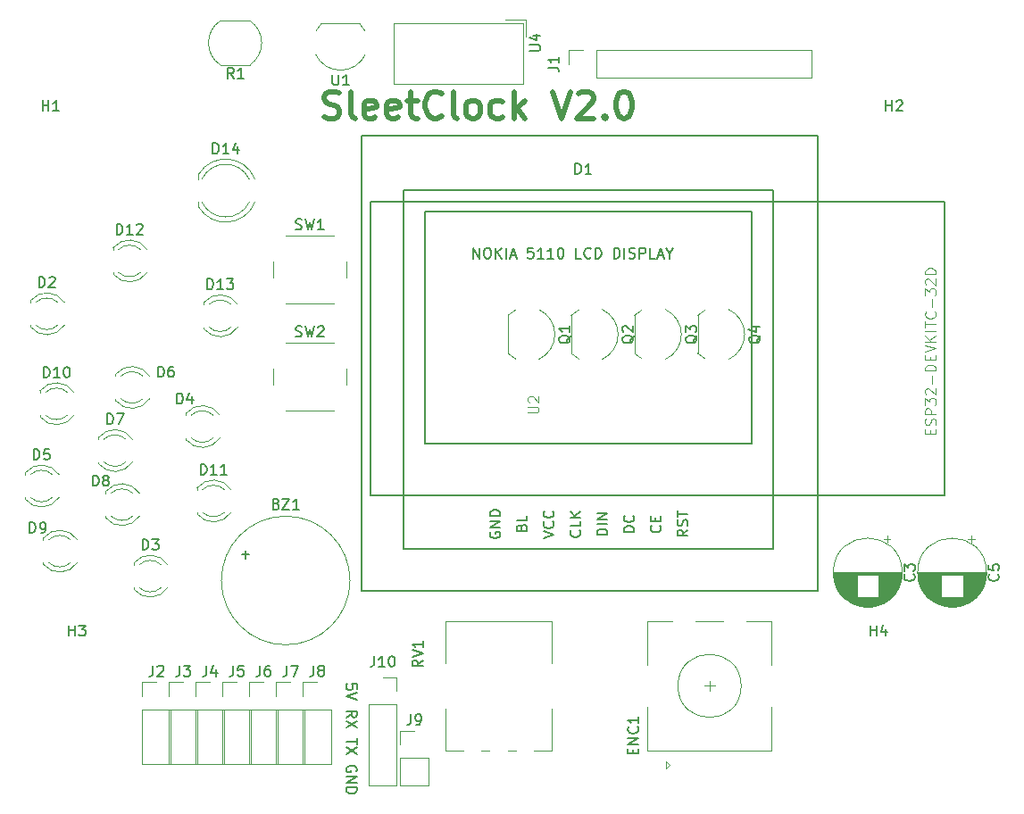
<source format=gbr>
G04 #@! TF.GenerationSoftware,KiCad,Pcbnew,(5.1.0)-1*
G04 #@! TF.CreationDate,2019-05-12T21:15:30+02:00*
G04 #@! TF.ProjectId,ESP32 dev board,45535033-3220-4646-9576-20626f617264,rev?*
G04 #@! TF.SameCoordinates,Original*
G04 #@! TF.FileFunction,Legend,Top*
G04 #@! TF.FilePolarity,Positive*
%FSLAX46Y46*%
G04 Gerber Fmt 4.6, Leading zero omitted, Abs format (unit mm)*
G04 Created by KiCad (PCBNEW (5.1.0)-1) date 2019-05-12 21:15:30*
%MOMM*%
%LPD*%
G04 APERTURE LIST*
%ADD10C,0.508000*%
%ADD11C,0.200000*%
%ADD12C,0.120000*%
%ADD13C,0.127000*%
%ADD14C,0.150000*%
%ADD15C,0.050000*%
G04 APERTURE END LIST*
D10*
X35463238Y-10045095D02*
X35826095Y-10166047D01*
X36430857Y-10166047D01*
X36672761Y-10045095D01*
X36793714Y-9924142D01*
X36914666Y-9682238D01*
X36914666Y-9440333D01*
X36793714Y-9198428D01*
X36672761Y-9077476D01*
X36430857Y-8956523D01*
X35947047Y-8835571D01*
X35705142Y-8714619D01*
X35584190Y-8593666D01*
X35463238Y-8351761D01*
X35463238Y-8109857D01*
X35584190Y-7867952D01*
X35705142Y-7747000D01*
X35947047Y-7626047D01*
X36551809Y-7626047D01*
X36914666Y-7747000D01*
X38366095Y-10166047D02*
X38124190Y-10045095D01*
X38003238Y-9803190D01*
X38003238Y-7626047D01*
X40301333Y-10045095D02*
X40059428Y-10166047D01*
X39575619Y-10166047D01*
X39333714Y-10045095D01*
X39212761Y-9803190D01*
X39212761Y-8835571D01*
X39333714Y-8593666D01*
X39575619Y-8472714D01*
X40059428Y-8472714D01*
X40301333Y-8593666D01*
X40422285Y-8835571D01*
X40422285Y-9077476D01*
X39212761Y-9319380D01*
X42478476Y-10045095D02*
X42236571Y-10166047D01*
X41752761Y-10166047D01*
X41510857Y-10045095D01*
X41389904Y-9803190D01*
X41389904Y-8835571D01*
X41510857Y-8593666D01*
X41752761Y-8472714D01*
X42236571Y-8472714D01*
X42478476Y-8593666D01*
X42599428Y-8835571D01*
X42599428Y-9077476D01*
X41389904Y-9319380D01*
X43325142Y-8472714D02*
X44292761Y-8472714D01*
X43688000Y-7626047D02*
X43688000Y-9803190D01*
X43808952Y-10045095D01*
X44050857Y-10166047D01*
X44292761Y-10166047D01*
X46590857Y-9924142D02*
X46469904Y-10045095D01*
X46107047Y-10166047D01*
X45865142Y-10166047D01*
X45502285Y-10045095D01*
X45260380Y-9803190D01*
X45139428Y-9561285D01*
X45018476Y-9077476D01*
X45018476Y-8714619D01*
X45139428Y-8230809D01*
X45260380Y-7988904D01*
X45502285Y-7747000D01*
X45865142Y-7626047D01*
X46107047Y-7626047D01*
X46469904Y-7747000D01*
X46590857Y-7867952D01*
X48042285Y-10166047D02*
X47800380Y-10045095D01*
X47679428Y-9803190D01*
X47679428Y-7626047D01*
X49372761Y-10166047D02*
X49130857Y-10045095D01*
X49009904Y-9924142D01*
X48888952Y-9682238D01*
X48888952Y-8956523D01*
X49009904Y-8714619D01*
X49130857Y-8593666D01*
X49372761Y-8472714D01*
X49735619Y-8472714D01*
X49977523Y-8593666D01*
X50098476Y-8714619D01*
X50219428Y-8956523D01*
X50219428Y-9682238D01*
X50098476Y-9924142D01*
X49977523Y-10045095D01*
X49735619Y-10166047D01*
X49372761Y-10166047D01*
X52396571Y-10045095D02*
X52154666Y-10166047D01*
X51670857Y-10166047D01*
X51428952Y-10045095D01*
X51308000Y-9924142D01*
X51187047Y-9682238D01*
X51187047Y-8956523D01*
X51308000Y-8714619D01*
X51428952Y-8593666D01*
X51670857Y-8472714D01*
X52154666Y-8472714D01*
X52396571Y-8593666D01*
X53485142Y-10166047D02*
X53485142Y-7626047D01*
X53727047Y-9198428D02*
X54452761Y-10166047D01*
X54452761Y-8472714D02*
X53485142Y-9440333D01*
X57113714Y-7626047D02*
X57960380Y-10166047D01*
X58807047Y-7626047D01*
X59532761Y-7867952D02*
X59653714Y-7747000D01*
X59895619Y-7626047D01*
X60500380Y-7626047D01*
X60742285Y-7747000D01*
X60863238Y-7867952D01*
X60984190Y-8109857D01*
X60984190Y-8351761D01*
X60863238Y-8714619D01*
X59411809Y-10166047D01*
X60984190Y-10166047D01*
X62072761Y-9924142D02*
X62193714Y-10045095D01*
X62072761Y-10166047D01*
X61951809Y-10045095D01*
X62072761Y-9924142D01*
X62072761Y-10166047D01*
X63766095Y-7626047D02*
X64008000Y-7626047D01*
X64249904Y-7747000D01*
X64370857Y-7867952D01*
X64491809Y-8109857D01*
X64612761Y-8593666D01*
X64612761Y-9198428D01*
X64491809Y-9682238D01*
X64370857Y-9924142D01*
X64249904Y-10045095D01*
X64008000Y-10166047D01*
X63766095Y-10166047D01*
X63524190Y-10045095D01*
X63403238Y-9924142D01*
X63282285Y-9682238D01*
X63161333Y-9198428D01*
X63161333Y-8593666D01*
X63282285Y-8109857D01*
X63403238Y-7867952D01*
X63524190Y-7747000D01*
X63766095Y-7626047D01*
D11*
X38547619Y-64309523D02*
X38547619Y-63833333D01*
X38071428Y-63785714D01*
X38119047Y-63833333D01*
X38166666Y-63928571D01*
X38166666Y-64166666D01*
X38119047Y-64261904D01*
X38071428Y-64309523D01*
X37976190Y-64357142D01*
X37738095Y-64357142D01*
X37642857Y-64309523D01*
X37595238Y-64261904D01*
X37547619Y-64166666D01*
X37547619Y-63928571D01*
X37595238Y-63833333D01*
X37642857Y-63785714D01*
X38547619Y-64642857D02*
X37547619Y-64976190D01*
X38547619Y-65309523D01*
X37547619Y-66976190D02*
X38023809Y-66642857D01*
X37547619Y-66404761D02*
X38547619Y-66404761D01*
X38547619Y-66785714D01*
X38500000Y-66880952D01*
X38452380Y-66928571D01*
X38357142Y-66976190D01*
X38214285Y-66976190D01*
X38119047Y-66928571D01*
X38071428Y-66880952D01*
X38023809Y-66785714D01*
X38023809Y-66404761D01*
X38547619Y-67309523D02*
X37547619Y-67976190D01*
X38547619Y-67976190D02*
X37547619Y-67309523D01*
X38547619Y-68976190D02*
X38547619Y-69547619D01*
X37547619Y-69261904D02*
X38547619Y-69261904D01*
X38547619Y-69785714D02*
X37547619Y-70452380D01*
X38547619Y-70452380D02*
X37547619Y-69785714D01*
X38500000Y-72119047D02*
X38547619Y-72023809D01*
X38547619Y-71880952D01*
X38500000Y-71738095D01*
X38404761Y-71642857D01*
X38309523Y-71595238D01*
X38119047Y-71547619D01*
X37976190Y-71547619D01*
X37785714Y-71595238D01*
X37690476Y-71642857D01*
X37595238Y-71738095D01*
X37547619Y-71880952D01*
X37547619Y-71976190D01*
X37595238Y-72119047D01*
X37642857Y-72166666D01*
X37976190Y-72166666D01*
X37976190Y-71976190D01*
X37547619Y-72595238D02*
X38547619Y-72595238D01*
X37547619Y-73166666D01*
X38547619Y-73166666D01*
X37547619Y-73642857D02*
X38547619Y-73642857D01*
X38547619Y-73880952D01*
X38500000Y-74023809D01*
X38404761Y-74119047D01*
X38309523Y-74166666D01*
X38119047Y-74214285D01*
X37976190Y-74214285D01*
X37785714Y-74166666D01*
X37690476Y-74119047D01*
X37595238Y-74023809D01*
X37547619Y-73880952D01*
X37547619Y-73642857D01*
D12*
X41000000Y-63170000D02*
X42330000Y-63170000D01*
X42330000Y-63170000D02*
X42330000Y-64500000D01*
X42330000Y-65770000D02*
X42330000Y-73450000D01*
X39670000Y-73450000D02*
X42330000Y-73450000D01*
X39670000Y-65770000D02*
X39670000Y-73450000D01*
X39670000Y-65770000D02*
X42330000Y-65770000D01*
X42670000Y-68250000D02*
X44000000Y-68250000D01*
X42670000Y-69580000D02*
X42670000Y-68250000D01*
X42670000Y-70850000D02*
X45330000Y-70850000D01*
X45330000Y-70850000D02*
X45330000Y-73450000D01*
X42670000Y-70850000D02*
X42670000Y-73450000D01*
X42670000Y-73450000D02*
X45330000Y-73450000D01*
X58670000Y-5000000D02*
X58670000Y-3670000D01*
X58670000Y-3670000D02*
X60000000Y-3670000D01*
X61270000Y-3670000D02*
X81650000Y-3670000D01*
X81650000Y-6330000D02*
X81650000Y-3670000D01*
X61270000Y-6330000D02*
X81650000Y-6330000D01*
X61270000Y-6330000D02*
X61270000Y-3670000D01*
X54600000Y-840000D02*
X54600000Y-2450000D01*
X54600000Y-840000D02*
X52600000Y-840000D01*
X42060000Y-1120000D02*
X54310000Y-1120000D01*
X42060000Y-6880000D02*
X42060000Y-1120000D01*
X54320000Y-6880000D02*
X42060000Y-6880000D01*
X54320000Y-1130000D02*
X54320000Y-6870000D01*
X33450000Y-63630000D02*
X34780000Y-63630000D01*
X33450000Y-64960000D02*
X33450000Y-63630000D01*
X33450000Y-66230000D02*
X36110000Y-66230000D01*
X36110000Y-66230000D02*
X36110000Y-71370000D01*
X33450000Y-66230000D02*
X33450000Y-71370000D01*
X33450000Y-71370000D02*
X36110000Y-71370000D01*
X30910000Y-63630000D02*
X32240000Y-63630000D01*
X30910000Y-64960000D02*
X30910000Y-63630000D01*
X30910000Y-66230000D02*
X33570000Y-66230000D01*
X33570000Y-66230000D02*
X33570000Y-71370000D01*
X30910000Y-66230000D02*
X30910000Y-71370000D01*
X30910000Y-71370000D02*
X33570000Y-71370000D01*
X28370000Y-63630000D02*
X29700000Y-63630000D01*
X28370000Y-64960000D02*
X28370000Y-63630000D01*
X28370000Y-66230000D02*
X31030000Y-66230000D01*
X31030000Y-66230000D02*
X31030000Y-71370000D01*
X28370000Y-66230000D02*
X28370000Y-71370000D01*
X28370000Y-71370000D02*
X31030000Y-71370000D01*
X25830000Y-63630000D02*
X27160000Y-63630000D01*
X25830000Y-64960000D02*
X25830000Y-63630000D01*
X25830000Y-66230000D02*
X28490000Y-66230000D01*
X28490000Y-66230000D02*
X28490000Y-71370000D01*
X25830000Y-66230000D02*
X25830000Y-71370000D01*
X25830000Y-71370000D02*
X28490000Y-71370000D01*
X23290000Y-63630000D02*
X24620000Y-63630000D01*
X23290000Y-64960000D02*
X23290000Y-63630000D01*
X23290000Y-66230000D02*
X25950000Y-66230000D01*
X25950000Y-66230000D02*
X25950000Y-71370000D01*
X23290000Y-66230000D02*
X23290000Y-71370000D01*
X23290000Y-71370000D02*
X25950000Y-71370000D01*
X20750000Y-63630000D02*
X22080000Y-63630000D01*
X20750000Y-64960000D02*
X20750000Y-63630000D01*
X20750000Y-66230000D02*
X23410000Y-66230000D01*
X23410000Y-66230000D02*
X23410000Y-71370000D01*
X20750000Y-66230000D02*
X20750000Y-71370000D01*
X20750000Y-71370000D02*
X23410000Y-71370000D01*
X18210000Y-63630000D02*
X19540000Y-63630000D01*
X18210000Y-64960000D02*
X18210000Y-63630000D01*
X18210000Y-66230000D02*
X20870000Y-66230000D01*
X20870000Y-66230000D02*
X20870000Y-71370000D01*
X18210000Y-66230000D02*
X18210000Y-71370000D01*
X18210000Y-71370000D02*
X20870000Y-71370000D01*
X23538500Y-18098000D02*
X23538500Y-18563000D01*
X23538500Y-15473000D02*
X23538500Y-15938000D01*
X28352979Y-18098429D02*
G75*
G02X23843816Y-18098000I-2254479J1080429D01*
G01*
X28352979Y-15937571D02*
G75*
G03X23843816Y-15938000I-2254479J-1080429D01*
G01*
X28886315Y-18098827D02*
G75*
G02X23538500Y-18562830I-2787815J1080827D01*
G01*
X28886315Y-15937173D02*
G75*
G03X23538500Y-15473170I-2787815J-1080827D01*
G01*
X7584000Y-29782000D02*
X7584000Y-29938000D01*
X7584000Y-27466000D02*
X7584000Y-27622000D01*
X10185130Y-29781837D02*
G75*
G02X8103039Y-29782000I-1041130J1079837D01*
G01*
X10185130Y-27622163D02*
G75*
G03X8103039Y-27622000I-1041130J-1079837D01*
G01*
X10816335Y-29780608D02*
G75*
G02X7584000Y-29937516I-1672335J1078608D01*
G01*
X10816335Y-27623392D02*
G75*
G03X7584000Y-27466484I-1672335J-1078608D01*
G01*
D13*
X94250000Y-18050000D02*
X94250000Y-45950000D01*
X39850000Y-18050000D02*
X94250000Y-18050000D01*
X39850000Y-45950000D02*
X39850000Y-18050000D01*
X94250000Y-45950000D02*
X39850000Y-45950000D01*
D14*
X45000000Y-41000000D02*
X45000000Y-19000000D01*
X76000000Y-41000000D02*
X45000000Y-41000000D01*
X76000000Y-19000000D02*
X76000000Y-41000000D01*
X45000000Y-19000000D02*
X76000000Y-19000000D01*
X43000000Y-51000000D02*
X43000000Y-17000000D01*
X78000000Y-51000000D02*
X43000000Y-51000000D01*
X78000000Y-47000000D02*
X78000000Y-51000000D01*
X78000000Y-17000000D02*
X78000000Y-47000000D01*
X43000000Y-17000000D02*
X78000000Y-17000000D01*
X39020000Y-11770000D02*
X39020000Y-55020000D01*
X39020000Y-11770000D02*
X82270000Y-11770000D01*
X82270000Y-55020000D02*
X82270000Y-11770000D01*
X39020000Y-55020000D02*
X82270000Y-55020000D01*
D12*
X97154000Y-50064759D02*
X96524000Y-50064759D01*
X96839000Y-49749759D02*
X96839000Y-50379759D01*
X95402000Y-56491000D02*
X94598000Y-56491000D01*
X95633000Y-56451000D02*
X94367000Y-56451000D01*
X95802000Y-56411000D02*
X94198000Y-56411000D01*
X95940000Y-56371000D02*
X94060000Y-56371000D01*
X96059000Y-56331000D02*
X93941000Y-56331000D01*
X96165000Y-56291000D02*
X93835000Y-56291000D01*
X96262000Y-56251000D02*
X93738000Y-56251000D01*
X96350000Y-56211000D02*
X93650000Y-56211000D01*
X96432000Y-56171000D02*
X93568000Y-56171000D01*
X96509000Y-56131000D02*
X93491000Y-56131000D01*
X96581000Y-56091000D02*
X93419000Y-56091000D01*
X96650000Y-56051000D02*
X93350000Y-56051000D01*
X96714000Y-56011000D02*
X93286000Y-56011000D01*
X96776000Y-55971000D02*
X93224000Y-55971000D01*
X96834000Y-55931000D02*
X93166000Y-55931000D01*
X96890000Y-55891000D02*
X93110000Y-55891000D01*
X96944000Y-55851000D02*
X93056000Y-55851000D01*
X96995000Y-55811000D02*
X93005000Y-55811000D01*
X97044000Y-55771000D02*
X92956000Y-55771000D01*
X97092000Y-55731000D02*
X92908000Y-55731000D01*
X97137000Y-55691000D02*
X92863000Y-55691000D01*
X97182000Y-55651000D02*
X92818000Y-55651000D01*
X97224000Y-55611000D02*
X92776000Y-55611000D01*
X97265000Y-55571000D02*
X92735000Y-55571000D01*
X93960000Y-55531000D02*
X92695000Y-55531000D01*
X97305000Y-55531000D02*
X96040000Y-55531000D01*
X93960000Y-55491000D02*
X92657000Y-55491000D01*
X97343000Y-55491000D02*
X96040000Y-55491000D01*
X93960000Y-55451000D02*
X92620000Y-55451000D01*
X97380000Y-55451000D02*
X96040000Y-55451000D01*
X93960000Y-55411000D02*
X92584000Y-55411000D01*
X97416000Y-55411000D02*
X96040000Y-55411000D01*
X93960000Y-55371000D02*
X92550000Y-55371000D01*
X97450000Y-55371000D02*
X96040000Y-55371000D01*
X93960000Y-55331000D02*
X92516000Y-55331000D01*
X97484000Y-55331000D02*
X96040000Y-55331000D01*
X93960000Y-55291000D02*
X92484000Y-55291000D01*
X97516000Y-55291000D02*
X96040000Y-55291000D01*
X93960000Y-55251000D02*
X92452000Y-55251000D01*
X97548000Y-55251000D02*
X96040000Y-55251000D01*
X93960000Y-55211000D02*
X92422000Y-55211000D01*
X97578000Y-55211000D02*
X96040000Y-55211000D01*
X93960000Y-55171000D02*
X92393000Y-55171000D01*
X97607000Y-55171000D02*
X96040000Y-55171000D01*
X93960000Y-55131000D02*
X92364000Y-55131000D01*
X97636000Y-55131000D02*
X96040000Y-55131000D01*
X93960000Y-55091000D02*
X92336000Y-55091000D01*
X97664000Y-55091000D02*
X96040000Y-55091000D01*
X93960000Y-55051000D02*
X92310000Y-55051000D01*
X97690000Y-55051000D02*
X96040000Y-55051000D01*
X93960000Y-55011000D02*
X92284000Y-55011000D01*
X97716000Y-55011000D02*
X96040000Y-55011000D01*
X93960000Y-54971000D02*
X92258000Y-54971000D01*
X97742000Y-54971000D02*
X96040000Y-54971000D01*
X93960000Y-54931000D02*
X92234000Y-54931000D01*
X97766000Y-54931000D02*
X96040000Y-54931000D01*
X93960000Y-54891000D02*
X92210000Y-54891000D01*
X97790000Y-54891000D02*
X96040000Y-54891000D01*
X93960000Y-54851000D02*
X92188000Y-54851000D01*
X97812000Y-54851000D02*
X96040000Y-54851000D01*
X93960000Y-54811000D02*
X92166000Y-54811000D01*
X97834000Y-54811000D02*
X96040000Y-54811000D01*
X93960000Y-54771000D02*
X92144000Y-54771000D01*
X97856000Y-54771000D02*
X96040000Y-54771000D01*
X93960000Y-54731000D02*
X92124000Y-54731000D01*
X97876000Y-54731000D02*
X96040000Y-54731000D01*
X93960000Y-54691000D02*
X92104000Y-54691000D01*
X97896000Y-54691000D02*
X96040000Y-54691000D01*
X93960000Y-54651000D02*
X92084000Y-54651000D01*
X97916000Y-54651000D02*
X96040000Y-54651000D01*
X93960000Y-54611000D02*
X92066000Y-54611000D01*
X97934000Y-54611000D02*
X96040000Y-54611000D01*
X93960000Y-54571000D02*
X92048000Y-54571000D01*
X97952000Y-54571000D02*
X96040000Y-54571000D01*
X93960000Y-54531000D02*
X92030000Y-54531000D01*
X97970000Y-54531000D02*
X96040000Y-54531000D01*
X93960000Y-54491000D02*
X92014000Y-54491000D01*
X97986000Y-54491000D02*
X96040000Y-54491000D01*
X93960000Y-54451000D02*
X91998000Y-54451000D01*
X98002000Y-54451000D02*
X96040000Y-54451000D01*
X93960000Y-54411000D02*
X91982000Y-54411000D01*
X98018000Y-54411000D02*
X96040000Y-54411000D01*
X93960000Y-54371000D02*
X91967000Y-54371000D01*
X98033000Y-54371000D02*
X96040000Y-54371000D01*
X93960000Y-54331000D02*
X91953000Y-54331000D01*
X98047000Y-54331000D02*
X96040000Y-54331000D01*
X93960000Y-54291000D02*
X91939000Y-54291000D01*
X98061000Y-54291000D02*
X96040000Y-54291000D01*
X93960000Y-54251000D02*
X91926000Y-54251000D01*
X98074000Y-54251000D02*
X96040000Y-54251000D01*
X93960000Y-54211000D02*
X91914000Y-54211000D01*
X98086000Y-54211000D02*
X96040000Y-54211000D01*
X93960000Y-54171000D02*
X91902000Y-54171000D01*
X98098000Y-54171000D02*
X96040000Y-54171000D01*
X93960000Y-54131000D02*
X91890000Y-54131000D01*
X98110000Y-54131000D02*
X96040000Y-54131000D01*
X93960000Y-54091000D02*
X91879000Y-54091000D01*
X98121000Y-54091000D02*
X96040000Y-54091000D01*
X93960000Y-54051000D02*
X91869000Y-54051000D01*
X98131000Y-54051000D02*
X96040000Y-54051000D01*
X93960000Y-54011000D02*
X91859000Y-54011000D01*
X98141000Y-54011000D02*
X96040000Y-54011000D01*
X93960000Y-53971000D02*
X91850000Y-53971000D01*
X98150000Y-53971000D02*
X96040000Y-53971000D01*
X93960000Y-53930000D02*
X91841000Y-53930000D01*
X98159000Y-53930000D02*
X96040000Y-53930000D01*
X93960000Y-53890000D02*
X91833000Y-53890000D01*
X98167000Y-53890000D02*
X96040000Y-53890000D01*
X93960000Y-53850000D02*
X91825000Y-53850000D01*
X98175000Y-53850000D02*
X96040000Y-53850000D01*
X93960000Y-53810000D02*
X91818000Y-53810000D01*
X98182000Y-53810000D02*
X96040000Y-53810000D01*
X93960000Y-53770000D02*
X91811000Y-53770000D01*
X98189000Y-53770000D02*
X96040000Y-53770000D01*
X93960000Y-53730000D02*
X91805000Y-53730000D01*
X98195000Y-53730000D02*
X96040000Y-53730000D01*
X93960000Y-53690000D02*
X91799000Y-53690000D01*
X98201000Y-53690000D02*
X96040000Y-53690000D01*
X93960000Y-53650000D02*
X91794000Y-53650000D01*
X98206000Y-53650000D02*
X96040000Y-53650000D01*
X93960000Y-53610000D02*
X91789000Y-53610000D01*
X98211000Y-53610000D02*
X96040000Y-53610000D01*
X93960000Y-53570000D02*
X91785000Y-53570000D01*
X98215000Y-53570000D02*
X96040000Y-53570000D01*
X93960000Y-53530000D02*
X91782000Y-53530000D01*
X98218000Y-53530000D02*
X96040000Y-53530000D01*
X93960000Y-53490000D02*
X91778000Y-53490000D01*
X98222000Y-53490000D02*
X96040000Y-53490000D01*
X98224000Y-53450000D02*
X91776000Y-53450000D01*
X98227000Y-53410000D02*
X91773000Y-53410000D01*
X98228000Y-53370000D02*
X91772000Y-53370000D01*
X98230000Y-53330000D02*
X91770000Y-53330000D01*
X98230000Y-53290000D02*
X91770000Y-53290000D01*
X98230000Y-53250000D02*
X91770000Y-53250000D01*
X98270000Y-53250000D02*
G75*
G03X98270000Y-53250000I-3270000J0D01*
G01*
X89154000Y-50064759D02*
X88524000Y-50064759D01*
X88839000Y-49749759D02*
X88839000Y-50379759D01*
X87402000Y-56491000D02*
X86598000Y-56491000D01*
X87633000Y-56451000D02*
X86367000Y-56451000D01*
X87802000Y-56411000D02*
X86198000Y-56411000D01*
X87940000Y-56371000D02*
X86060000Y-56371000D01*
X88059000Y-56331000D02*
X85941000Y-56331000D01*
X88165000Y-56291000D02*
X85835000Y-56291000D01*
X88262000Y-56251000D02*
X85738000Y-56251000D01*
X88350000Y-56211000D02*
X85650000Y-56211000D01*
X88432000Y-56171000D02*
X85568000Y-56171000D01*
X88509000Y-56131000D02*
X85491000Y-56131000D01*
X88581000Y-56091000D02*
X85419000Y-56091000D01*
X88650000Y-56051000D02*
X85350000Y-56051000D01*
X88714000Y-56011000D02*
X85286000Y-56011000D01*
X88776000Y-55971000D02*
X85224000Y-55971000D01*
X88834000Y-55931000D02*
X85166000Y-55931000D01*
X88890000Y-55891000D02*
X85110000Y-55891000D01*
X88944000Y-55851000D02*
X85056000Y-55851000D01*
X88995000Y-55811000D02*
X85005000Y-55811000D01*
X89044000Y-55771000D02*
X84956000Y-55771000D01*
X89092000Y-55731000D02*
X84908000Y-55731000D01*
X89137000Y-55691000D02*
X84863000Y-55691000D01*
X89182000Y-55651000D02*
X84818000Y-55651000D01*
X89224000Y-55611000D02*
X84776000Y-55611000D01*
X89265000Y-55571000D02*
X84735000Y-55571000D01*
X85960000Y-55531000D02*
X84695000Y-55531000D01*
X89305000Y-55531000D02*
X88040000Y-55531000D01*
X85960000Y-55491000D02*
X84657000Y-55491000D01*
X89343000Y-55491000D02*
X88040000Y-55491000D01*
X85960000Y-55451000D02*
X84620000Y-55451000D01*
X89380000Y-55451000D02*
X88040000Y-55451000D01*
X85960000Y-55411000D02*
X84584000Y-55411000D01*
X89416000Y-55411000D02*
X88040000Y-55411000D01*
X85960000Y-55371000D02*
X84550000Y-55371000D01*
X89450000Y-55371000D02*
X88040000Y-55371000D01*
X85960000Y-55331000D02*
X84516000Y-55331000D01*
X89484000Y-55331000D02*
X88040000Y-55331000D01*
X85960000Y-55291000D02*
X84484000Y-55291000D01*
X89516000Y-55291000D02*
X88040000Y-55291000D01*
X85960000Y-55251000D02*
X84452000Y-55251000D01*
X89548000Y-55251000D02*
X88040000Y-55251000D01*
X85960000Y-55211000D02*
X84422000Y-55211000D01*
X89578000Y-55211000D02*
X88040000Y-55211000D01*
X85960000Y-55171000D02*
X84393000Y-55171000D01*
X89607000Y-55171000D02*
X88040000Y-55171000D01*
X85960000Y-55131000D02*
X84364000Y-55131000D01*
X89636000Y-55131000D02*
X88040000Y-55131000D01*
X85960000Y-55091000D02*
X84336000Y-55091000D01*
X89664000Y-55091000D02*
X88040000Y-55091000D01*
X85960000Y-55051000D02*
X84310000Y-55051000D01*
X89690000Y-55051000D02*
X88040000Y-55051000D01*
X85960000Y-55011000D02*
X84284000Y-55011000D01*
X89716000Y-55011000D02*
X88040000Y-55011000D01*
X85960000Y-54971000D02*
X84258000Y-54971000D01*
X89742000Y-54971000D02*
X88040000Y-54971000D01*
X85960000Y-54931000D02*
X84234000Y-54931000D01*
X89766000Y-54931000D02*
X88040000Y-54931000D01*
X85960000Y-54891000D02*
X84210000Y-54891000D01*
X89790000Y-54891000D02*
X88040000Y-54891000D01*
X85960000Y-54851000D02*
X84188000Y-54851000D01*
X89812000Y-54851000D02*
X88040000Y-54851000D01*
X85960000Y-54811000D02*
X84166000Y-54811000D01*
X89834000Y-54811000D02*
X88040000Y-54811000D01*
X85960000Y-54771000D02*
X84144000Y-54771000D01*
X89856000Y-54771000D02*
X88040000Y-54771000D01*
X85960000Y-54731000D02*
X84124000Y-54731000D01*
X89876000Y-54731000D02*
X88040000Y-54731000D01*
X85960000Y-54691000D02*
X84104000Y-54691000D01*
X89896000Y-54691000D02*
X88040000Y-54691000D01*
X85960000Y-54651000D02*
X84084000Y-54651000D01*
X89916000Y-54651000D02*
X88040000Y-54651000D01*
X85960000Y-54611000D02*
X84066000Y-54611000D01*
X89934000Y-54611000D02*
X88040000Y-54611000D01*
X85960000Y-54571000D02*
X84048000Y-54571000D01*
X89952000Y-54571000D02*
X88040000Y-54571000D01*
X85960000Y-54531000D02*
X84030000Y-54531000D01*
X89970000Y-54531000D02*
X88040000Y-54531000D01*
X85960000Y-54491000D02*
X84014000Y-54491000D01*
X89986000Y-54491000D02*
X88040000Y-54491000D01*
X85960000Y-54451000D02*
X83998000Y-54451000D01*
X90002000Y-54451000D02*
X88040000Y-54451000D01*
X85960000Y-54411000D02*
X83982000Y-54411000D01*
X90018000Y-54411000D02*
X88040000Y-54411000D01*
X85960000Y-54371000D02*
X83967000Y-54371000D01*
X90033000Y-54371000D02*
X88040000Y-54371000D01*
X85960000Y-54331000D02*
X83953000Y-54331000D01*
X90047000Y-54331000D02*
X88040000Y-54331000D01*
X85960000Y-54291000D02*
X83939000Y-54291000D01*
X90061000Y-54291000D02*
X88040000Y-54291000D01*
X85960000Y-54251000D02*
X83926000Y-54251000D01*
X90074000Y-54251000D02*
X88040000Y-54251000D01*
X85960000Y-54211000D02*
X83914000Y-54211000D01*
X90086000Y-54211000D02*
X88040000Y-54211000D01*
X85960000Y-54171000D02*
X83902000Y-54171000D01*
X90098000Y-54171000D02*
X88040000Y-54171000D01*
X85960000Y-54131000D02*
X83890000Y-54131000D01*
X90110000Y-54131000D02*
X88040000Y-54131000D01*
X85960000Y-54091000D02*
X83879000Y-54091000D01*
X90121000Y-54091000D02*
X88040000Y-54091000D01*
X85960000Y-54051000D02*
X83869000Y-54051000D01*
X90131000Y-54051000D02*
X88040000Y-54051000D01*
X85960000Y-54011000D02*
X83859000Y-54011000D01*
X90141000Y-54011000D02*
X88040000Y-54011000D01*
X85960000Y-53971000D02*
X83850000Y-53971000D01*
X90150000Y-53971000D02*
X88040000Y-53971000D01*
X85960000Y-53930000D02*
X83841000Y-53930000D01*
X90159000Y-53930000D02*
X88040000Y-53930000D01*
X85960000Y-53890000D02*
X83833000Y-53890000D01*
X90167000Y-53890000D02*
X88040000Y-53890000D01*
X85960000Y-53850000D02*
X83825000Y-53850000D01*
X90175000Y-53850000D02*
X88040000Y-53850000D01*
X85960000Y-53810000D02*
X83818000Y-53810000D01*
X90182000Y-53810000D02*
X88040000Y-53810000D01*
X85960000Y-53770000D02*
X83811000Y-53770000D01*
X90189000Y-53770000D02*
X88040000Y-53770000D01*
X85960000Y-53730000D02*
X83805000Y-53730000D01*
X90195000Y-53730000D02*
X88040000Y-53730000D01*
X85960000Y-53690000D02*
X83799000Y-53690000D01*
X90201000Y-53690000D02*
X88040000Y-53690000D01*
X85960000Y-53650000D02*
X83794000Y-53650000D01*
X90206000Y-53650000D02*
X88040000Y-53650000D01*
X85960000Y-53610000D02*
X83789000Y-53610000D01*
X90211000Y-53610000D02*
X88040000Y-53610000D01*
X85960000Y-53570000D02*
X83785000Y-53570000D01*
X90215000Y-53570000D02*
X88040000Y-53570000D01*
X85960000Y-53530000D02*
X83782000Y-53530000D01*
X90218000Y-53530000D02*
X88040000Y-53530000D01*
X85960000Y-53490000D02*
X83778000Y-53490000D01*
X90222000Y-53490000D02*
X88040000Y-53490000D01*
X90224000Y-53450000D02*
X83776000Y-53450000D01*
X90227000Y-53410000D02*
X83773000Y-53410000D01*
X90228000Y-53370000D02*
X83772000Y-53370000D01*
X90230000Y-53330000D02*
X83770000Y-53330000D01*
X90230000Y-53290000D02*
X83770000Y-53290000D01*
X90230000Y-53250000D02*
X83770000Y-53250000D01*
X90270000Y-53250000D02*
G75*
G03X90270000Y-53250000I-3270000J0D01*
G01*
X37900000Y-54000000D02*
G75*
G03X37900000Y-54000000I-6100000J0D01*
G01*
X25613963Y-890758D02*
G75*
G03X25600000Y-5100000I1386037J-2109242D01*
G01*
X28386037Y-5109242D02*
G75*
G03X28400000Y-900000I-1386037J2109242D01*
G01*
X25600000Y-900000D02*
X28400000Y-900000D01*
X25600000Y-5100000D02*
X28400000Y-5100000D01*
X46979000Y-57880000D02*
X57020000Y-57880000D01*
X55370000Y-70120000D02*
X57020000Y-70120000D01*
X52871000Y-70120000D02*
X53630000Y-70120000D01*
X50371000Y-70120000D02*
X51130000Y-70120000D01*
X46979000Y-70120000D02*
X48629000Y-70120000D01*
X57020000Y-61816000D02*
X57020000Y-57880000D01*
X57020000Y-70120000D02*
X57020000Y-66183000D01*
X46979000Y-61816000D02*
X46979000Y-57880000D01*
X46979000Y-70120000D02*
X46979000Y-66183000D01*
X75000000Y-64000000D02*
G75*
G03X75000000Y-64000000I-3000000J0D01*
G01*
X66100000Y-62000000D02*
X66100000Y-57900000D01*
X77900000Y-57900000D02*
X77900000Y-62000000D01*
X77900000Y-66000000D02*
X77900000Y-70100000D01*
X66100000Y-66000000D02*
X66100000Y-70100000D01*
X66100000Y-70100000D02*
X77900000Y-70100000D01*
X68200000Y-71500000D02*
X67900000Y-71800000D01*
X67900000Y-71800000D02*
X67900000Y-71200000D01*
X67900000Y-71200000D02*
X68200000Y-71500000D01*
X66100000Y-57900000D02*
X68500000Y-57900000D01*
X70700000Y-57900000D02*
X73300000Y-57900000D01*
X75500000Y-57900000D02*
X77900000Y-57900000D01*
X71500000Y-64000000D02*
X72500000Y-64000000D01*
X72000000Y-64500000D02*
X72000000Y-63500000D01*
X37590000Y-25260000D02*
X37590000Y-23760000D01*
X36340000Y-21260000D02*
X31840000Y-21260000D01*
X30590000Y-23760000D02*
X30590000Y-25260000D01*
X31840000Y-27760000D02*
X36340000Y-27760000D01*
X37590000Y-35420000D02*
X37590000Y-33920000D01*
X36340000Y-31420000D02*
X31840000Y-31420000D01*
X30590000Y-33920000D02*
X30590000Y-35420000D01*
X31840000Y-37920000D02*
X36340000Y-37920000D01*
X34675816Y-1877205D02*
G75*
G02X35200000Y-1150000I2324184J-1122795D01*
G01*
X34643600Y-4098807D02*
G75*
G03X37000000Y-5600000I2356400J1098807D01*
G01*
X39356400Y-4098807D02*
G75*
G02X37000000Y-5600000I-2356400J1098807D01*
G01*
X39324184Y-1877205D02*
G75*
G03X38800000Y-1150000I-2324184J-1122795D01*
G01*
X38800000Y-1150000D02*
X35200000Y-1150000D01*
X17390000Y-54670000D02*
X17390000Y-54826000D01*
X17390000Y-52354000D02*
X17390000Y-52510000D01*
X19991130Y-54669837D02*
G75*
G02X17909039Y-54670000I-1041130J1079837D01*
G01*
X19991130Y-52510163D02*
G75*
G03X17909039Y-52510000I-1041130J-1079837D01*
G01*
X20622335Y-54668608D02*
G75*
G02X17390000Y-54825516I-1672335J1078608D01*
G01*
X20622335Y-52511392D02*
G75*
G03X17390000Y-52354484I-1672335J-1078608D01*
G01*
X22330000Y-40480000D02*
X22330000Y-40636000D01*
X22330000Y-38164000D02*
X22330000Y-38320000D01*
X24931130Y-40479837D02*
G75*
G02X22849039Y-40480000I-1041130J1079837D01*
G01*
X24931130Y-38320163D02*
G75*
G03X22849039Y-38320000I-1041130J-1079837D01*
G01*
X25562335Y-40478608D02*
G75*
G02X22330000Y-40635516I-1672335J1078608D01*
G01*
X25562335Y-38321392D02*
G75*
G03X22330000Y-38164484I-1672335J-1078608D01*
G01*
X7080000Y-46120000D02*
X7080000Y-46276000D01*
X7080000Y-43804000D02*
X7080000Y-43960000D01*
X9681130Y-46119837D02*
G75*
G02X7599039Y-46120000I-1041130J1079837D01*
G01*
X9681130Y-43960163D02*
G75*
G03X7599039Y-43960000I-1041130J-1079837D01*
G01*
X10312335Y-46118608D02*
G75*
G02X7080000Y-46275516I-1672335J1078608D01*
G01*
X10312335Y-43961392D02*
G75*
G03X7080000Y-43804484I-1672335J-1078608D01*
G01*
X15660000Y-36770000D02*
X15660000Y-36926000D01*
X15660000Y-34454000D02*
X15660000Y-34610000D01*
X18261130Y-36769837D02*
G75*
G02X16179039Y-36770000I-1041130J1079837D01*
G01*
X18261130Y-34610163D02*
G75*
G03X16179039Y-34610000I-1041130J-1079837D01*
G01*
X18892335Y-36768608D02*
G75*
G02X15660000Y-36925516I-1672335J1078608D01*
G01*
X18892335Y-34611392D02*
G75*
G03X15660000Y-34454484I-1672335J-1078608D01*
G01*
X14040000Y-42760000D02*
X14040000Y-42916000D01*
X14040000Y-40444000D02*
X14040000Y-40600000D01*
X16641130Y-42759837D02*
G75*
G02X14559039Y-42760000I-1041130J1079837D01*
G01*
X16641130Y-40600163D02*
G75*
G03X14559039Y-40600000I-1041130J-1079837D01*
G01*
X17272335Y-42758608D02*
G75*
G02X14040000Y-42915516I-1672335J1078608D01*
G01*
X17272335Y-40601392D02*
G75*
G03X14040000Y-40444484I-1672335J-1078608D01*
G01*
X14710000Y-47890000D02*
X14710000Y-48046000D01*
X14710000Y-45574000D02*
X14710000Y-45730000D01*
X17311130Y-47889837D02*
G75*
G02X15229039Y-47890000I-1041130J1079837D01*
G01*
X17311130Y-45730163D02*
G75*
G03X15229039Y-45730000I-1041130J-1079837D01*
G01*
X17942335Y-47888608D02*
G75*
G02X14710000Y-48045516I-1672335J1078608D01*
G01*
X17942335Y-45731392D02*
G75*
G03X14710000Y-45574484I-1672335J-1078608D01*
G01*
X8810000Y-52300000D02*
X8810000Y-52456000D01*
X8810000Y-49984000D02*
X8810000Y-50140000D01*
X11411130Y-52299837D02*
G75*
G02X9329039Y-52300000I-1041130J1079837D01*
G01*
X11411130Y-50140163D02*
G75*
G03X9329039Y-50140000I-1041130J-1079837D01*
G01*
X12042335Y-52298608D02*
G75*
G02X8810000Y-52455516I-1672335J1078608D01*
G01*
X12042335Y-50141392D02*
G75*
G03X8810000Y-49984484I-1672335J-1078608D01*
G01*
X8500000Y-38320000D02*
X8500000Y-38476000D01*
X8500000Y-36004000D02*
X8500000Y-36160000D01*
X11101130Y-38319837D02*
G75*
G02X9019039Y-38320000I-1041130J1079837D01*
G01*
X11101130Y-36160163D02*
G75*
G03X9019039Y-36160000I-1041130J-1079837D01*
G01*
X11732335Y-38318608D02*
G75*
G02X8500000Y-38475516I-1672335J1078608D01*
G01*
X11732335Y-36161392D02*
G75*
G03X8500000Y-36004484I-1672335J-1078608D01*
G01*
X23390000Y-47540000D02*
X23390000Y-47696000D01*
X23390000Y-45224000D02*
X23390000Y-45380000D01*
X25991130Y-47539837D02*
G75*
G02X23909039Y-47540000I-1041130J1079837D01*
G01*
X25991130Y-45380163D02*
G75*
G03X23909039Y-45380000I-1041130J-1079837D01*
G01*
X26622335Y-47538608D02*
G75*
G02X23390000Y-47695516I-1672335J1078608D01*
G01*
X26622335Y-45381392D02*
G75*
G03X23390000Y-45224484I-1672335J-1078608D01*
G01*
X15430000Y-24770000D02*
X15430000Y-24926000D01*
X15430000Y-22454000D02*
X15430000Y-22610000D01*
X18031130Y-24769837D02*
G75*
G02X15949039Y-24770000I-1041130J1079837D01*
G01*
X18031130Y-22610163D02*
G75*
G03X15949039Y-22610000I-1041130J-1079837D01*
G01*
X18662335Y-24768608D02*
G75*
G02X15430000Y-24925516I-1672335J1078608D01*
G01*
X18662335Y-22611392D02*
G75*
G03X15430000Y-22454484I-1672335J-1078608D01*
G01*
X24020000Y-29970000D02*
X24020000Y-30126000D01*
X24020000Y-27654000D02*
X24020000Y-27810000D01*
X26621130Y-29969837D02*
G75*
G02X24539039Y-29970000I-1041130J1079837D01*
G01*
X26621130Y-27810163D02*
G75*
G03X24539039Y-27810000I-1041130J-1079837D01*
G01*
X27252335Y-29968608D02*
G75*
G02X24020000Y-30125516I-1672335J1078608D01*
G01*
X27252335Y-27811392D02*
G75*
G03X24020000Y-27654484I-1672335J-1078608D01*
G01*
X53604205Y-32982984D02*
G75*
G02X52877000Y-32458800I1122795J2324184D01*
G01*
X55825807Y-33015200D02*
G75*
G03X57327000Y-30658800I-1098807J2356400D01*
G01*
X55825807Y-28302400D02*
G75*
G02X57327000Y-30658800I-1098807J-2356400D01*
G01*
X53604205Y-28334616D02*
G75*
G03X52877000Y-28858800I1122795J-2324184D01*
G01*
X52877000Y-28858800D02*
X52877000Y-32458800D01*
X59604205Y-32982984D02*
G75*
G02X58877000Y-32458800I1122795J2324184D01*
G01*
X61825807Y-33015200D02*
G75*
G03X63327000Y-30658800I-1098807J2356400D01*
G01*
X61825807Y-28302400D02*
G75*
G02X63327000Y-30658800I-1098807J-2356400D01*
G01*
X59604205Y-28334616D02*
G75*
G03X58877000Y-28858800I1122795J-2324184D01*
G01*
X58877000Y-28858800D02*
X58877000Y-32458800D01*
X65604205Y-32982984D02*
G75*
G02X64877000Y-32458800I1122795J2324184D01*
G01*
X67825807Y-33015200D02*
G75*
G03X69327000Y-30658800I-1098807J2356400D01*
G01*
X67825807Y-28302400D02*
G75*
G02X69327000Y-30658800I-1098807J-2356400D01*
G01*
X65604205Y-28334616D02*
G75*
G03X64877000Y-28858800I1122795J-2324184D01*
G01*
X64877000Y-28858800D02*
X64877000Y-32458800D01*
X71604205Y-32982984D02*
G75*
G02X70877000Y-32458800I1122795J2324184D01*
G01*
X73825807Y-33015200D02*
G75*
G03X75327000Y-30658800I-1098807J2356400D01*
G01*
X73825807Y-28302400D02*
G75*
G02X75327000Y-30658800I-1098807J-2356400D01*
G01*
X71604205Y-28334616D02*
G75*
G03X70877000Y-28858800I1122795J-2324184D01*
G01*
X70877000Y-28858800D02*
X70877000Y-32458800D01*
D14*
X40190476Y-61182380D02*
X40190476Y-61896666D01*
X40142857Y-62039523D01*
X40047619Y-62134761D01*
X39904761Y-62182380D01*
X39809523Y-62182380D01*
X41190476Y-62182380D02*
X40619047Y-62182380D01*
X40904761Y-62182380D02*
X40904761Y-61182380D01*
X40809523Y-61325238D01*
X40714285Y-61420476D01*
X40619047Y-61468095D01*
X41809523Y-61182380D02*
X41904761Y-61182380D01*
X42000000Y-61230000D01*
X42047619Y-61277619D01*
X42095238Y-61372857D01*
X42142857Y-61563333D01*
X42142857Y-61801428D01*
X42095238Y-61991904D01*
X42047619Y-62087142D01*
X42000000Y-62134761D01*
X41904761Y-62182380D01*
X41809523Y-62182380D01*
X41714285Y-62134761D01*
X41666666Y-62087142D01*
X41619047Y-61991904D01*
X41571428Y-61801428D01*
X41571428Y-61563333D01*
X41619047Y-61372857D01*
X41666666Y-61277619D01*
X41714285Y-61230000D01*
X41809523Y-61182380D01*
X43666666Y-66702380D02*
X43666666Y-67416666D01*
X43619047Y-67559523D01*
X43523809Y-67654761D01*
X43380952Y-67702380D01*
X43285714Y-67702380D01*
X44190476Y-67702380D02*
X44380952Y-67702380D01*
X44476190Y-67654761D01*
X44523809Y-67607142D01*
X44619047Y-67464285D01*
X44666666Y-67273809D01*
X44666666Y-66892857D01*
X44619047Y-66797619D01*
X44571428Y-66750000D01*
X44476190Y-66702380D01*
X44285714Y-66702380D01*
X44190476Y-66750000D01*
X44142857Y-66797619D01*
X44095238Y-66892857D01*
X44095238Y-67130952D01*
X44142857Y-67226190D01*
X44190476Y-67273809D01*
X44285714Y-67321428D01*
X44476190Y-67321428D01*
X44571428Y-67273809D01*
X44619047Y-67226190D01*
X44666666Y-67130952D01*
X56682380Y-5333333D02*
X57396666Y-5333333D01*
X57539523Y-5380952D01*
X57634761Y-5476190D01*
X57682380Y-5619047D01*
X57682380Y-5714285D01*
X57682380Y-4333333D02*
X57682380Y-4904761D01*
X57682380Y-4619047D02*
X56682380Y-4619047D01*
X56825238Y-4714285D01*
X56920476Y-4809523D01*
X56968095Y-4904761D01*
X54952380Y-3761904D02*
X55761904Y-3761904D01*
X55857142Y-3714285D01*
X55904761Y-3666666D01*
X55952380Y-3571428D01*
X55952380Y-3380952D01*
X55904761Y-3285714D01*
X55857142Y-3238095D01*
X55761904Y-3190476D01*
X54952380Y-3190476D01*
X55285714Y-2285714D02*
X55952380Y-2285714D01*
X54904761Y-2523809D02*
X55619047Y-2761904D01*
X55619047Y-2142857D01*
X34446666Y-62082380D02*
X34446666Y-62796666D01*
X34399047Y-62939523D01*
X34303809Y-63034761D01*
X34160952Y-63082380D01*
X34065714Y-63082380D01*
X35065714Y-62510952D02*
X34970476Y-62463333D01*
X34922857Y-62415714D01*
X34875238Y-62320476D01*
X34875238Y-62272857D01*
X34922857Y-62177619D01*
X34970476Y-62130000D01*
X35065714Y-62082380D01*
X35256190Y-62082380D01*
X35351428Y-62130000D01*
X35399047Y-62177619D01*
X35446666Y-62272857D01*
X35446666Y-62320476D01*
X35399047Y-62415714D01*
X35351428Y-62463333D01*
X35256190Y-62510952D01*
X35065714Y-62510952D01*
X34970476Y-62558571D01*
X34922857Y-62606190D01*
X34875238Y-62701428D01*
X34875238Y-62891904D01*
X34922857Y-62987142D01*
X34970476Y-63034761D01*
X35065714Y-63082380D01*
X35256190Y-63082380D01*
X35351428Y-63034761D01*
X35399047Y-62987142D01*
X35446666Y-62891904D01*
X35446666Y-62701428D01*
X35399047Y-62606190D01*
X35351428Y-62558571D01*
X35256190Y-62510952D01*
X31906666Y-62082380D02*
X31906666Y-62796666D01*
X31859047Y-62939523D01*
X31763809Y-63034761D01*
X31620952Y-63082380D01*
X31525714Y-63082380D01*
X32287619Y-62082380D02*
X32954285Y-62082380D01*
X32525714Y-63082380D01*
X29366666Y-62082380D02*
X29366666Y-62796666D01*
X29319047Y-62939523D01*
X29223809Y-63034761D01*
X29080952Y-63082380D01*
X28985714Y-63082380D01*
X30271428Y-62082380D02*
X30080952Y-62082380D01*
X29985714Y-62130000D01*
X29938095Y-62177619D01*
X29842857Y-62320476D01*
X29795238Y-62510952D01*
X29795238Y-62891904D01*
X29842857Y-62987142D01*
X29890476Y-63034761D01*
X29985714Y-63082380D01*
X30176190Y-63082380D01*
X30271428Y-63034761D01*
X30319047Y-62987142D01*
X30366666Y-62891904D01*
X30366666Y-62653809D01*
X30319047Y-62558571D01*
X30271428Y-62510952D01*
X30176190Y-62463333D01*
X29985714Y-62463333D01*
X29890476Y-62510952D01*
X29842857Y-62558571D01*
X29795238Y-62653809D01*
X26826666Y-62082380D02*
X26826666Y-62796666D01*
X26779047Y-62939523D01*
X26683809Y-63034761D01*
X26540952Y-63082380D01*
X26445714Y-63082380D01*
X27779047Y-62082380D02*
X27302857Y-62082380D01*
X27255238Y-62558571D01*
X27302857Y-62510952D01*
X27398095Y-62463333D01*
X27636190Y-62463333D01*
X27731428Y-62510952D01*
X27779047Y-62558571D01*
X27826666Y-62653809D01*
X27826666Y-62891904D01*
X27779047Y-62987142D01*
X27731428Y-63034761D01*
X27636190Y-63082380D01*
X27398095Y-63082380D01*
X27302857Y-63034761D01*
X27255238Y-62987142D01*
X24286666Y-62082380D02*
X24286666Y-62796666D01*
X24239047Y-62939523D01*
X24143809Y-63034761D01*
X24000952Y-63082380D01*
X23905714Y-63082380D01*
X25191428Y-62415714D02*
X25191428Y-63082380D01*
X24953333Y-62034761D02*
X24715238Y-62749047D01*
X25334285Y-62749047D01*
X21746666Y-62082380D02*
X21746666Y-62796666D01*
X21699047Y-62939523D01*
X21603809Y-63034761D01*
X21460952Y-63082380D01*
X21365714Y-63082380D01*
X22127619Y-62082380D02*
X22746666Y-62082380D01*
X22413333Y-62463333D01*
X22556190Y-62463333D01*
X22651428Y-62510952D01*
X22699047Y-62558571D01*
X22746666Y-62653809D01*
X22746666Y-62891904D01*
X22699047Y-62987142D01*
X22651428Y-63034761D01*
X22556190Y-63082380D01*
X22270476Y-63082380D01*
X22175238Y-63034761D01*
X22127619Y-62987142D01*
X19206666Y-62082380D02*
X19206666Y-62796666D01*
X19159047Y-62939523D01*
X19063809Y-63034761D01*
X18920952Y-63082380D01*
X18825714Y-63082380D01*
X19635238Y-62177619D02*
X19682857Y-62130000D01*
X19778095Y-62082380D01*
X20016190Y-62082380D01*
X20111428Y-62130000D01*
X20159047Y-62177619D01*
X20206666Y-62272857D01*
X20206666Y-62368095D01*
X20159047Y-62510952D01*
X19587619Y-63082380D01*
X20206666Y-63082380D01*
X24884214Y-13510380D02*
X24884214Y-12510380D01*
X25122309Y-12510380D01*
X25265166Y-12558000D01*
X25360404Y-12653238D01*
X25408023Y-12748476D01*
X25455642Y-12938952D01*
X25455642Y-13081809D01*
X25408023Y-13272285D01*
X25360404Y-13367523D01*
X25265166Y-13462761D01*
X25122309Y-13510380D01*
X24884214Y-13510380D01*
X26408023Y-13510380D02*
X25836595Y-13510380D01*
X26122309Y-13510380D02*
X26122309Y-12510380D01*
X26027071Y-12653238D01*
X25931833Y-12748476D01*
X25836595Y-12796095D01*
X27265166Y-12843714D02*
X27265166Y-13510380D01*
X27027071Y-12462761D02*
X26788976Y-13177047D01*
X27408023Y-13177047D01*
X8405904Y-26194380D02*
X8405904Y-25194380D01*
X8644000Y-25194380D01*
X8786857Y-25242000D01*
X8882095Y-25337238D01*
X8929714Y-25432476D01*
X8977333Y-25622952D01*
X8977333Y-25765809D01*
X8929714Y-25956285D01*
X8882095Y-26051523D01*
X8786857Y-26146761D01*
X8644000Y-26194380D01*
X8405904Y-26194380D01*
X9358285Y-25289619D02*
X9405904Y-25242000D01*
X9501142Y-25194380D01*
X9739238Y-25194380D01*
X9834476Y-25242000D01*
X9882095Y-25289619D01*
X9929714Y-25384857D01*
X9929714Y-25480095D01*
X9882095Y-25622952D01*
X9310666Y-26194380D01*
X9929714Y-26194380D01*
D15*
X54782167Y-38093201D02*
X55592006Y-38093201D01*
X55687282Y-38045564D01*
X55734919Y-37997926D01*
X55782557Y-37902651D01*
X55782557Y-37712100D01*
X55734919Y-37616825D01*
X55687282Y-37569188D01*
X55592006Y-37521550D01*
X54782167Y-37521550D01*
X54877442Y-37092811D02*
X54829805Y-37045174D01*
X54782167Y-36949899D01*
X54782167Y-36711710D01*
X54829805Y-36616435D01*
X54877442Y-36568798D01*
X54972717Y-36521160D01*
X55067993Y-36521160D01*
X55210905Y-36568798D01*
X55782557Y-37140449D01*
X55782557Y-36521160D01*
X92928496Y-40102958D02*
X92928496Y-39769275D01*
X93452855Y-39626267D02*
X93452855Y-40102958D01*
X92451805Y-40102958D01*
X92451805Y-39626267D01*
X93405186Y-39244915D02*
X93452855Y-39101908D01*
X93452855Y-38863563D01*
X93405186Y-38768225D01*
X93357517Y-38720555D01*
X93262179Y-38672886D01*
X93166841Y-38672886D01*
X93071503Y-38720555D01*
X93023834Y-38768225D01*
X92976165Y-38863563D01*
X92928496Y-39054239D01*
X92880827Y-39149577D01*
X92833158Y-39197246D01*
X92737820Y-39244915D01*
X92642482Y-39244915D01*
X92547144Y-39197246D01*
X92499475Y-39149577D01*
X92451805Y-39054239D01*
X92451805Y-38815894D01*
X92499475Y-38672886D01*
X93452855Y-38243865D02*
X92451805Y-38243865D01*
X92451805Y-37862513D01*
X92499475Y-37767175D01*
X92547144Y-37719505D01*
X92642482Y-37671836D01*
X92785489Y-37671836D01*
X92880827Y-37719505D01*
X92928496Y-37767175D01*
X92976165Y-37862513D01*
X92976165Y-38243865D01*
X92451805Y-37338153D02*
X92451805Y-36718455D01*
X92833158Y-37052139D01*
X92833158Y-36909132D01*
X92880827Y-36813794D01*
X92928496Y-36766125D01*
X93023834Y-36718455D01*
X93262179Y-36718455D01*
X93357517Y-36766125D01*
X93405186Y-36813794D01*
X93452855Y-36909132D01*
X93452855Y-37195146D01*
X93405186Y-37290484D01*
X93357517Y-37338153D01*
X92547144Y-36337103D02*
X92499475Y-36289434D01*
X92451805Y-36194096D01*
X92451805Y-35955751D01*
X92499475Y-35860413D01*
X92547144Y-35812744D01*
X92642482Y-35765075D01*
X92737820Y-35765075D01*
X92880827Y-35812744D01*
X93452855Y-36384772D01*
X93452855Y-35765075D01*
X93071503Y-35336053D02*
X93071503Y-34573348D01*
X93452855Y-34096658D02*
X92451805Y-34096658D01*
X92451805Y-33858313D01*
X92499475Y-33715305D01*
X92594813Y-33619967D01*
X92690151Y-33572298D01*
X92880827Y-33524629D01*
X93023834Y-33524629D01*
X93214510Y-33572298D01*
X93309848Y-33619967D01*
X93405186Y-33715305D01*
X93452855Y-33858313D01*
X93452855Y-34096658D01*
X92928496Y-33095608D02*
X92928496Y-32761925D01*
X93452855Y-32618917D02*
X93452855Y-33095608D01*
X92451805Y-33095608D01*
X92451805Y-32618917D01*
X92451805Y-32332903D02*
X93452855Y-31999220D01*
X92451805Y-31665536D01*
X93452855Y-31331853D02*
X92451805Y-31331853D01*
X93452855Y-30759825D02*
X92880827Y-31188846D01*
X92451805Y-30759825D02*
X93023834Y-31331853D01*
X93452855Y-30330803D02*
X92451805Y-30330803D01*
X92451805Y-29997120D02*
X92451805Y-29425091D01*
X93452855Y-29711105D02*
X92451805Y-29711105D01*
X93357517Y-28519379D02*
X93405186Y-28567048D01*
X93452855Y-28710055D01*
X93452855Y-28805394D01*
X93405186Y-28948401D01*
X93309848Y-29043739D01*
X93214510Y-29091408D01*
X93023834Y-29139077D01*
X92880827Y-29139077D01*
X92690151Y-29091408D01*
X92594813Y-29043739D01*
X92499475Y-28948401D01*
X92451805Y-28805394D01*
X92451805Y-28710055D01*
X92499475Y-28567048D01*
X92547144Y-28519379D01*
X93071503Y-28090358D02*
X93071503Y-27327653D01*
X92451805Y-26946301D02*
X92451805Y-26326603D01*
X92833158Y-26660286D01*
X92833158Y-26517279D01*
X92880827Y-26421941D01*
X92928496Y-26374272D01*
X93023834Y-26326603D01*
X93262179Y-26326603D01*
X93357517Y-26374272D01*
X93405186Y-26421941D01*
X93452855Y-26517279D01*
X93452855Y-26803294D01*
X93405186Y-26898632D01*
X93357517Y-26946301D01*
X92547144Y-25945251D02*
X92499475Y-25897582D01*
X92451805Y-25802244D01*
X92451805Y-25563898D01*
X92499475Y-25468560D01*
X92547144Y-25420891D01*
X92642482Y-25373222D01*
X92737820Y-25373222D01*
X92880827Y-25420891D01*
X93452855Y-25992920D01*
X93452855Y-25373222D01*
X93452855Y-24944201D02*
X92451805Y-24944201D01*
X92451805Y-24705855D01*
X92499475Y-24562848D01*
X92594813Y-24467510D01*
X92690151Y-24419841D01*
X92880827Y-24372172D01*
X93023834Y-24372172D01*
X93214510Y-24419841D01*
X93309848Y-24467510D01*
X93405186Y-24562848D01*
X93452855Y-24705855D01*
X93452855Y-24944201D01*
D14*
X59261904Y-15452380D02*
X59261904Y-14452380D01*
X59500000Y-14452380D01*
X59642857Y-14500000D01*
X59738095Y-14595238D01*
X59785714Y-14690476D01*
X59833333Y-14880952D01*
X59833333Y-15023809D01*
X59785714Y-15214285D01*
X59738095Y-15309523D01*
X59642857Y-15404761D01*
X59500000Y-15452380D01*
X59261904Y-15452380D01*
X60785714Y-15452380D02*
X60214285Y-15452380D01*
X60500000Y-15452380D02*
X60500000Y-14452380D01*
X60404761Y-14595238D01*
X60309523Y-14690476D01*
X60214285Y-14738095D01*
X49595238Y-23452380D02*
X49595238Y-22452380D01*
X50166666Y-23452380D01*
X50166666Y-22452380D01*
X50833333Y-22452380D02*
X51023809Y-22452380D01*
X51119047Y-22500000D01*
X51214285Y-22595238D01*
X51261904Y-22785714D01*
X51261904Y-23119047D01*
X51214285Y-23309523D01*
X51119047Y-23404761D01*
X51023809Y-23452380D01*
X50833333Y-23452380D01*
X50738095Y-23404761D01*
X50642857Y-23309523D01*
X50595238Y-23119047D01*
X50595238Y-22785714D01*
X50642857Y-22595238D01*
X50738095Y-22500000D01*
X50833333Y-22452380D01*
X51690476Y-23452380D02*
X51690476Y-22452380D01*
X52261904Y-23452380D02*
X51833333Y-22880952D01*
X52261904Y-22452380D02*
X51690476Y-23023809D01*
X52690476Y-23452380D02*
X52690476Y-22452380D01*
X53119047Y-23166666D02*
X53595238Y-23166666D01*
X53023809Y-23452380D02*
X53357142Y-22452380D01*
X53690476Y-23452380D01*
X55261904Y-22452380D02*
X54785714Y-22452380D01*
X54738095Y-22928571D01*
X54785714Y-22880952D01*
X54880952Y-22833333D01*
X55119047Y-22833333D01*
X55214285Y-22880952D01*
X55261904Y-22928571D01*
X55309523Y-23023809D01*
X55309523Y-23261904D01*
X55261904Y-23357142D01*
X55214285Y-23404761D01*
X55119047Y-23452380D01*
X54880952Y-23452380D01*
X54785714Y-23404761D01*
X54738095Y-23357142D01*
X56261904Y-23452380D02*
X55690476Y-23452380D01*
X55976190Y-23452380D02*
X55976190Y-22452380D01*
X55880952Y-22595238D01*
X55785714Y-22690476D01*
X55690476Y-22738095D01*
X57214285Y-23452380D02*
X56642857Y-23452380D01*
X56928571Y-23452380D02*
X56928571Y-22452380D01*
X56833333Y-22595238D01*
X56738095Y-22690476D01*
X56642857Y-22738095D01*
X57833333Y-22452380D02*
X57928571Y-22452380D01*
X58023809Y-22500000D01*
X58071428Y-22547619D01*
X58119047Y-22642857D01*
X58166666Y-22833333D01*
X58166666Y-23071428D01*
X58119047Y-23261904D01*
X58071428Y-23357142D01*
X58023809Y-23404761D01*
X57928571Y-23452380D01*
X57833333Y-23452380D01*
X57738095Y-23404761D01*
X57690476Y-23357142D01*
X57642857Y-23261904D01*
X57595238Y-23071428D01*
X57595238Y-22833333D01*
X57642857Y-22642857D01*
X57690476Y-22547619D01*
X57738095Y-22500000D01*
X57833333Y-22452380D01*
X59833333Y-23452380D02*
X59357142Y-23452380D01*
X59357142Y-22452380D01*
X60738095Y-23357142D02*
X60690476Y-23404761D01*
X60547619Y-23452380D01*
X60452380Y-23452380D01*
X60309523Y-23404761D01*
X60214285Y-23309523D01*
X60166666Y-23214285D01*
X60119047Y-23023809D01*
X60119047Y-22880952D01*
X60166666Y-22690476D01*
X60214285Y-22595238D01*
X60309523Y-22500000D01*
X60452380Y-22452380D01*
X60547619Y-22452380D01*
X60690476Y-22500000D01*
X60738095Y-22547619D01*
X61166666Y-23452380D02*
X61166666Y-22452380D01*
X61404761Y-22452380D01*
X61547619Y-22500000D01*
X61642857Y-22595238D01*
X61690476Y-22690476D01*
X61738095Y-22880952D01*
X61738095Y-23023809D01*
X61690476Y-23214285D01*
X61642857Y-23309523D01*
X61547619Y-23404761D01*
X61404761Y-23452380D01*
X61166666Y-23452380D01*
X62928571Y-23452380D02*
X62928571Y-22452380D01*
X63166666Y-22452380D01*
X63309523Y-22500000D01*
X63404761Y-22595238D01*
X63452380Y-22690476D01*
X63500000Y-22880952D01*
X63500000Y-23023809D01*
X63452380Y-23214285D01*
X63404761Y-23309523D01*
X63309523Y-23404761D01*
X63166666Y-23452380D01*
X62928571Y-23452380D01*
X63928571Y-23452380D02*
X63928571Y-22452380D01*
X64357142Y-23404761D02*
X64500000Y-23452380D01*
X64738095Y-23452380D01*
X64833333Y-23404761D01*
X64880952Y-23357142D01*
X64928571Y-23261904D01*
X64928571Y-23166666D01*
X64880952Y-23071428D01*
X64833333Y-23023809D01*
X64738095Y-22976190D01*
X64547619Y-22928571D01*
X64452380Y-22880952D01*
X64404761Y-22833333D01*
X64357142Y-22738095D01*
X64357142Y-22642857D01*
X64404761Y-22547619D01*
X64452380Y-22500000D01*
X64547619Y-22452380D01*
X64785714Y-22452380D01*
X64928571Y-22500000D01*
X65357142Y-23452380D02*
X65357142Y-22452380D01*
X65738095Y-22452380D01*
X65833333Y-22500000D01*
X65880952Y-22547619D01*
X65928571Y-22642857D01*
X65928571Y-22785714D01*
X65880952Y-22880952D01*
X65833333Y-22928571D01*
X65738095Y-22976190D01*
X65357142Y-22976190D01*
X66833333Y-23452380D02*
X66357142Y-23452380D01*
X66357142Y-22452380D01*
X67119047Y-23166666D02*
X67595238Y-23166666D01*
X67023809Y-23452380D02*
X67357142Y-22452380D01*
X67690476Y-23452380D01*
X68214285Y-22976190D02*
X68214285Y-23452380D01*
X67880952Y-22452380D02*
X68214285Y-22976190D01*
X68547619Y-22452380D01*
X51200000Y-49411904D02*
X51152380Y-49507142D01*
X51152380Y-49650000D01*
X51200000Y-49792857D01*
X51295238Y-49888095D01*
X51390476Y-49935714D01*
X51580952Y-49983333D01*
X51723809Y-49983333D01*
X51914285Y-49935714D01*
X52009523Y-49888095D01*
X52104761Y-49792857D01*
X52152380Y-49650000D01*
X52152380Y-49554761D01*
X52104761Y-49411904D01*
X52057142Y-49364285D01*
X51723809Y-49364285D01*
X51723809Y-49554761D01*
X52152380Y-48935714D02*
X51152380Y-48935714D01*
X52152380Y-48364285D01*
X51152380Y-48364285D01*
X52152380Y-47888095D02*
X51152380Y-47888095D01*
X51152380Y-47650000D01*
X51200000Y-47507142D01*
X51295238Y-47411904D01*
X51390476Y-47364285D01*
X51580952Y-47316666D01*
X51723809Y-47316666D01*
X51914285Y-47364285D01*
X52009523Y-47411904D01*
X52104761Y-47507142D01*
X52152380Y-47650000D01*
X52152380Y-47888095D01*
X54168571Y-48983333D02*
X54216190Y-48840476D01*
X54263809Y-48792857D01*
X54359047Y-48745238D01*
X54501904Y-48745238D01*
X54597142Y-48792857D01*
X54644761Y-48840476D01*
X54692380Y-48935714D01*
X54692380Y-49316666D01*
X53692380Y-49316666D01*
X53692380Y-48983333D01*
X53740000Y-48888095D01*
X53787619Y-48840476D01*
X53882857Y-48792857D01*
X53978095Y-48792857D01*
X54073333Y-48840476D01*
X54120952Y-48888095D01*
X54168571Y-48983333D01*
X54168571Y-49316666D01*
X54692380Y-47840476D02*
X54692380Y-48316666D01*
X53692380Y-48316666D01*
X56232380Y-49983333D02*
X57232380Y-49650000D01*
X56232380Y-49316666D01*
X57137142Y-48411904D02*
X57184761Y-48459523D01*
X57232380Y-48602380D01*
X57232380Y-48697619D01*
X57184761Y-48840476D01*
X57089523Y-48935714D01*
X56994285Y-48983333D01*
X56803809Y-49030952D01*
X56660952Y-49030952D01*
X56470476Y-48983333D01*
X56375238Y-48935714D01*
X56280000Y-48840476D01*
X56232380Y-48697619D01*
X56232380Y-48602380D01*
X56280000Y-48459523D01*
X56327619Y-48411904D01*
X57137142Y-47411904D02*
X57184761Y-47459523D01*
X57232380Y-47602380D01*
X57232380Y-47697619D01*
X57184761Y-47840476D01*
X57089523Y-47935714D01*
X56994285Y-47983333D01*
X56803809Y-48030952D01*
X56660952Y-48030952D01*
X56470476Y-47983333D01*
X56375238Y-47935714D01*
X56280000Y-47840476D01*
X56232380Y-47697619D01*
X56232380Y-47602380D01*
X56280000Y-47459523D01*
X56327619Y-47411904D01*
X59677142Y-49245238D02*
X59724761Y-49292857D01*
X59772380Y-49435714D01*
X59772380Y-49530952D01*
X59724761Y-49673809D01*
X59629523Y-49769047D01*
X59534285Y-49816666D01*
X59343809Y-49864285D01*
X59200952Y-49864285D01*
X59010476Y-49816666D01*
X58915238Y-49769047D01*
X58820000Y-49673809D01*
X58772380Y-49530952D01*
X58772380Y-49435714D01*
X58820000Y-49292857D01*
X58867619Y-49245238D01*
X59772380Y-48340476D02*
X59772380Y-48816666D01*
X58772380Y-48816666D01*
X59772380Y-48007142D02*
X58772380Y-48007142D01*
X59772380Y-47435714D02*
X59200952Y-47864285D01*
X58772380Y-47435714D02*
X59343809Y-48007142D01*
X62312380Y-49673809D02*
X61312380Y-49673809D01*
X61312380Y-49435714D01*
X61360000Y-49292857D01*
X61455238Y-49197619D01*
X61550476Y-49150000D01*
X61740952Y-49102380D01*
X61883809Y-49102380D01*
X62074285Y-49150000D01*
X62169523Y-49197619D01*
X62264761Y-49292857D01*
X62312380Y-49435714D01*
X62312380Y-49673809D01*
X62312380Y-48673809D02*
X61312380Y-48673809D01*
X62312380Y-48197619D02*
X61312380Y-48197619D01*
X62312380Y-47626190D01*
X61312380Y-47626190D01*
X64852380Y-49411904D02*
X63852380Y-49411904D01*
X63852380Y-49173809D01*
X63900000Y-49030952D01*
X63995238Y-48935714D01*
X64090476Y-48888095D01*
X64280952Y-48840476D01*
X64423809Y-48840476D01*
X64614285Y-48888095D01*
X64709523Y-48935714D01*
X64804761Y-49030952D01*
X64852380Y-49173809D01*
X64852380Y-49411904D01*
X64757142Y-47840476D02*
X64804761Y-47888095D01*
X64852380Y-48030952D01*
X64852380Y-48126190D01*
X64804761Y-48269047D01*
X64709523Y-48364285D01*
X64614285Y-48411904D01*
X64423809Y-48459523D01*
X64280952Y-48459523D01*
X64090476Y-48411904D01*
X63995238Y-48364285D01*
X63900000Y-48269047D01*
X63852380Y-48126190D01*
X63852380Y-48030952D01*
X63900000Y-47888095D01*
X63947619Y-47840476D01*
X67297142Y-48792857D02*
X67344761Y-48840476D01*
X67392380Y-48983333D01*
X67392380Y-49078571D01*
X67344761Y-49221428D01*
X67249523Y-49316666D01*
X67154285Y-49364285D01*
X66963809Y-49411904D01*
X66820952Y-49411904D01*
X66630476Y-49364285D01*
X66535238Y-49316666D01*
X66440000Y-49221428D01*
X66392380Y-49078571D01*
X66392380Y-48983333D01*
X66440000Y-48840476D01*
X66487619Y-48792857D01*
X66868571Y-48364285D02*
X66868571Y-48030952D01*
X67392380Y-47888095D02*
X67392380Y-48364285D01*
X66392380Y-48364285D01*
X66392380Y-47888095D01*
X69932380Y-49197619D02*
X69456190Y-49530952D01*
X69932380Y-49769047D02*
X68932380Y-49769047D01*
X68932380Y-49388095D01*
X68980000Y-49292857D01*
X69027619Y-49245238D01*
X69122857Y-49197619D01*
X69265714Y-49197619D01*
X69360952Y-49245238D01*
X69408571Y-49292857D01*
X69456190Y-49388095D01*
X69456190Y-49769047D01*
X69884761Y-48816666D02*
X69932380Y-48673809D01*
X69932380Y-48435714D01*
X69884761Y-48340476D01*
X69837142Y-48292857D01*
X69741904Y-48245238D01*
X69646666Y-48245238D01*
X69551428Y-48292857D01*
X69503809Y-48340476D01*
X69456190Y-48435714D01*
X69408571Y-48626190D01*
X69360952Y-48721428D01*
X69313333Y-48769047D01*
X69218095Y-48816666D01*
X69122857Y-48816666D01*
X69027619Y-48769047D01*
X68980000Y-48721428D01*
X68932380Y-48626190D01*
X68932380Y-48388095D01*
X68980000Y-48245238D01*
X68932380Y-47959523D02*
X68932380Y-47388095D01*
X69932380Y-47673809D02*
X68932380Y-47673809D01*
X87238095Y-59252380D02*
X87238095Y-58252380D01*
X87238095Y-58728571D02*
X87809523Y-58728571D01*
X87809523Y-59252380D02*
X87809523Y-58252380D01*
X88714285Y-58585714D02*
X88714285Y-59252380D01*
X88476190Y-58204761D02*
X88238095Y-58919047D01*
X88857142Y-58919047D01*
X11238095Y-59252380D02*
X11238095Y-58252380D01*
X11238095Y-58728571D02*
X11809523Y-58728571D01*
X11809523Y-59252380D02*
X11809523Y-58252380D01*
X12190476Y-58252380D02*
X12809523Y-58252380D01*
X12476190Y-58633333D01*
X12619047Y-58633333D01*
X12714285Y-58680952D01*
X12761904Y-58728571D01*
X12809523Y-58823809D01*
X12809523Y-59061904D01*
X12761904Y-59157142D01*
X12714285Y-59204761D01*
X12619047Y-59252380D01*
X12333333Y-59252380D01*
X12238095Y-59204761D01*
X12190476Y-59157142D01*
X88738095Y-9452380D02*
X88738095Y-8452380D01*
X88738095Y-8928571D02*
X89309523Y-8928571D01*
X89309523Y-9452380D02*
X89309523Y-8452380D01*
X89738095Y-8547619D02*
X89785714Y-8500000D01*
X89880952Y-8452380D01*
X90119047Y-8452380D01*
X90214285Y-8500000D01*
X90261904Y-8547619D01*
X90309523Y-8642857D01*
X90309523Y-8738095D01*
X90261904Y-8880952D01*
X89690476Y-9452380D01*
X90309523Y-9452380D01*
X8738095Y-9452380D02*
X8738095Y-8452380D01*
X8738095Y-8928571D02*
X9309523Y-8928571D01*
X9309523Y-9452380D02*
X9309523Y-8452380D01*
X10309523Y-9452380D02*
X9738095Y-9452380D01*
X10023809Y-9452380D02*
X10023809Y-8452380D01*
X9928571Y-8595238D01*
X9833333Y-8690476D01*
X9738095Y-8738095D01*
X99357142Y-53416666D02*
X99404761Y-53464285D01*
X99452380Y-53607142D01*
X99452380Y-53702380D01*
X99404761Y-53845238D01*
X99309523Y-53940476D01*
X99214285Y-53988095D01*
X99023809Y-54035714D01*
X98880952Y-54035714D01*
X98690476Y-53988095D01*
X98595238Y-53940476D01*
X98500000Y-53845238D01*
X98452380Y-53702380D01*
X98452380Y-53607142D01*
X98500000Y-53464285D01*
X98547619Y-53416666D01*
X98452380Y-52511904D02*
X98452380Y-52988095D01*
X98928571Y-53035714D01*
X98880952Y-52988095D01*
X98833333Y-52892857D01*
X98833333Y-52654761D01*
X98880952Y-52559523D01*
X98928571Y-52511904D01*
X99023809Y-52464285D01*
X99261904Y-52464285D01*
X99357142Y-52511904D01*
X99404761Y-52559523D01*
X99452380Y-52654761D01*
X99452380Y-52892857D01*
X99404761Y-52988095D01*
X99357142Y-53035714D01*
X91357142Y-53416666D02*
X91404761Y-53464285D01*
X91452380Y-53607142D01*
X91452380Y-53702380D01*
X91404761Y-53845238D01*
X91309523Y-53940476D01*
X91214285Y-53988095D01*
X91023809Y-54035714D01*
X90880952Y-54035714D01*
X90690476Y-53988095D01*
X90595238Y-53940476D01*
X90500000Y-53845238D01*
X90452380Y-53702380D01*
X90452380Y-53607142D01*
X90500000Y-53464285D01*
X90547619Y-53416666D01*
X90452380Y-53083333D02*
X90452380Y-52464285D01*
X90833333Y-52797619D01*
X90833333Y-52654761D01*
X90880952Y-52559523D01*
X90928571Y-52511904D01*
X91023809Y-52464285D01*
X91261904Y-52464285D01*
X91357142Y-52511904D01*
X91404761Y-52559523D01*
X91452380Y-52654761D01*
X91452380Y-52940476D01*
X91404761Y-53035714D01*
X91357142Y-53083333D01*
X30919047Y-46728571D02*
X31061904Y-46776190D01*
X31109523Y-46823809D01*
X31157142Y-46919047D01*
X31157142Y-47061904D01*
X31109523Y-47157142D01*
X31061904Y-47204761D01*
X30966666Y-47252380D01*
X30585714Y-47252380D01*
X30585714Y-46252380D01*
X30919047Y-46252380D01*
X31014285Y-46300000D01*
X31061904Y-46347619D01*
X31109523Y-46442857D01*
X31109523Y-46538095D01*
X31061904Y-46633333D01*
X31014285Y-46680952D01*
X30919047Y-46728571D01*
X30585714Y-46728571D01*
X31490476Y-46252380D02*
X32157142Y-46252380D01*
X31490476Y-47252380D01*
X32157142Y-47252380D01*
X33061904Y-47252380D02*
X32490476Y-47252380D01*
X32776190Y-47252380D02*
X32776190Y-46252380D01*
X32680952Y-46395238D01*
X32585714Y-46490476D01*
X32490476Y-46538095D01*
X27609047Y-51531428D02*
X28370952Y-51531428D01*
X27990000Y-51912380D02*
X27990000Y-51150476D01*
X26863333Y-6362380D02*
X26530000Y-5886190D01*
X26291904Y-6362380D02*
X26291904Y-5362380D01*
X26672857Y-5362380D01*
X26768095Y-5410000D01*
X26815714Y-5457619D01*
X26863333Y-5552857D01*
X26863333Y-5695714D01*
X26815714Y-5790952D01*
X26768095Y-5838571D01*
X26672857Y-5886190D01*
X26291904Y-5886190D01*
X27815714Y-6362380D02*
X27244285Y-6362380D01*
X27530000Y-6362380D02*
X27530000Y-5362380D01*
X27434761Y-5505238D01*
X27339523Y-5600476D01*
X27244285Y-5648095D01*
X44802380Y-61555238D02*
X44326190Y-61888571D01*
X44802380Y-62126666D02*
X43802380Y-62126666D01*
X43802380Y-61745714D01*
X43850000Y-61650476D01*
X43897619Y-61602857D01*
X43992857Y-61555238D01*
X44135714Y-61555238D01*
X44230952Y-61602857D01*
X44278571Y-61650476D01*
X44326190Y-61745714D01*
X44326190Y-62126666D01*
X43802380Y-61269523D02*
X44802380Y-60936190D01*
X43802380Y-60602857D01*
X44802380Y-59745714D02*
X44802380Y-60317142D01*
X44802380Y-60031428D02*
X43802380Y-60031428D01*
X43945238Y-60126666D01*
X44040476Y-60221904D01*
X44088095Y-60317142D01*
X64728571Y-70414285D02*
X64728571Y-70080952D01*
X65252380Y-69938095D02*
X65252380Y-70414285D01*
X64252380Y-70414285D01*
X64252380Y-69938095D01*
X65252380Y-69509523D02*
X64252380Y-69509523D01*
X65252380Y-68938095D01*
X64252380Y-68938095D01*
X65157142Y-67890476D02*
X65204761Y-67938095D01*
X65252380Y-68080952D01*
X65252380Y-68176190D01*
X65204761Y-68319047D01*
X65109523Y-68414285D01*
X65014285Y-68461904D01*
X64823809Y-68509523D01*
X64680952Y-68509523D01*
X64490476Y-68461904D01*
X64395238Y-68414285D01*
X64300000Y-68319047D01*
X64252380Y-68176190D01*
X64252380Y-68080952D01*
X64300000Y-67938095D01*
X64347619Y-67890476D01*
X65252380Y-66938095D02*
X65252380Y-67509523D01*
X65252380Y-67223809D02*
X64252380Y-67223809D01*
X64395238Y-67319047D01*
X64490476Y-67414285D01*
X64538095Y-67509523D01*
X32756666Y-20664761D02*
X32899523Y-20712380D01*
X33137619Y-20712380D01*
X33232857Y-20664761D01*
X33280476Y-20617142D01*
X33328095Y-20521904D01*
X33328095Y-20426666D01*
X33280476Y-20331428D01*
X33232857Y-20283809D01*
X33137619Y-20236190D01*
X32947142Y-20188571D01*
X32851904Y-20140952D01*
X32804285Y-20093333D01*
X32756666Y-19998095D01*
X32756666Y-19902857D01*
X32804285Y-19807619D01*
X32851904Y-19760000D01*
X32947142Y-19712380D01*
X33185238Y-19712380D01*
X33328095Y-19760000D01*
X33661428Y-19712380D02*
X33899523Y-20712380D01*
X34090000Y-19998095D01*
X34280476Y-20712380D01*
X34518571Y-19712380D01*
X35423333Y-20712380D02*
X34851904Y-20712380D01*
X35137619Y-20712380D02*
X35137619Y-19712380D01*
X35042380Y-19855238D01*
X34947142Y-19950476D01*
X34851904Y-19998095D01*
X32756666Y-30824761D02*
X32899523Y-30872380D01*
X33137619Y-30872380D01*
X33232857Y-30824761D01*
X33280476Y-30777142D01*
X33328095Y-30681904D01*
X33328095Y-30586666D01*
X33280476Y-30491428D01*
X33232857Y-30443809D01*
X33137619Y-30396190D01*
X32947142Y-30348571D01*
X32851904Y-30300952D01*
X32804285Y-30253333D01*
X32756666Y-30158095D01*
X32756666Y-30062857D01*
X32804285Y-29967619D01*
X32851904Y-29920000D01*
X32947142Y-29872380D01*
X33185238Y-29872380D01*
X33328095Y-29920000D01*
X33661428Y-29872380D02*
X33899523Y-30872380D01*
X34090000Y-30158095D01*
X34280476Y-30872380D01*
X34518571Y-29872380D01*
X34851904Y-29967619D02*
X34899523Y-29920000D01*
X34994761Y-29872380D01*
X35232857Y-29872380D01*
X35328095Y-29920000D01*
X35375714Y-29967619D01*
X35423333Y-30062857D01*
X35423333Y-30158095D01*
X35375714Y-30300952D01*
X34804285Y-30872380D01*
X35423333Y-30872380D01*
X36238095Y-6012380D02*
X36238095Y-6821904D01*
X36285714Y-6917142D01*
X36333333Y-6964761D01*
X36428571Y-7012380D01*
X36619047Y-7012380D01*
X36714285Y-6964761D01*
X36761904Y-6917142D01*
X36809523Y-6821904D01*
X36809523Y-6012380D01*
X37809523Y-7012380D02*
X37238095Y-7012380D01*
X37523809Y-7012380D02*
X37523809Y-6012380D01*
X37428571Y-6155238D01*
X37333333Y-6250476D01*
X37238095Y-6298095D01*
X18211904Y-51082380D02*
X18211904Y-50082380D01*
X18450000Y-50082380D01*
X18592857Y-50130000D01*
X18688095Y-50225238D01*
X18735714Y-50320476D01*
X18783333Y-50510952D01*
X18783333Y-50653809D01*
X18735714Y-50844285D01*
X18688095Y-50939523D01*
X18592857Y-51034761D01*
X18450000Y-51082380D01*
X18211904Y-51082380D01*
X19116666Y-50082380D02*
X19735714Y-50082380D01*
X19402380Y-50463333D01*
X19545238Y-50463333D01*
X19640476Y-50510952D01*
X19688095Y-50558571D01*
X19735714Y-50653809D01*
X19735714Y-50891904D01*
X19688095Y-50987142D01*
X19640476Y-51034761D01*
X19545238Y-51082380D01*
X19259523Y-51082380D01*
X19164285Y-51034761D01*
X19116666Y-50987142D01*
X21475504Y-37236180D02*
X21475504Y-36236180D01*
X21713600Y-36236180D01*
X21856457Y-36283800D01*
X21951695Y-36379038D01*
X21999314Y-36474276D01*
X22046933Y-36664752D01*
X22046933Y-36807609D01*
X21999314Y-36998085D01*
X21951695Y-37093323D01*
X21856457Y-37188561D01*
X21713600Y-37236180D01*
X21475504Y-37236180D01*
X22904076Y-36569514D02*
X22904076Y-37236180D01*
X22665980Y-36188561D02*
X22427885Y-36902847D01*
X23046933Y-36902847D01*
X7901904Y-42532380D02*
X7901904Y-41532380D01*
X8140000Y-41532380D01*
X8282857Y-41580000D01*
X8378095Y-41675238D01*
X8425714Y-41770476D01*
X8473333Y-41960952D01*
X8473333Y-42103809D01*
X8425714Y-42294285D01*
X8378095Y-42389523D01*
X8282857Y-42484761D01*
X8140000Y-42532380D01*
X7901904Y-42532380D01*
X9378095Y-41532380D02*
X8901904Y-41532380D01*
X8854285Y-42008571D01*
X8901904Y-41960952D01*
X8997142Y-41913333D01*
X9235238Y-41913333D01*
X9330476Y-41960952D01*
X9378095Y-42008571D01*
X9425714Y-42103809D01*
X9425714Y-42341904D01*
X9378095Y-42437142D01*
X9330476Y-42484761D01*
X9235238Y-42532380D01*
X8997142Y-42532380D01*
X8901904Y-42484761D01*
X8854285Y-42437142D01*
X19682304Y-34694580D02*
X19682304Y-33694580D01*
X19920400Y-33694580D01*
X20063257Y-33742200D01*
X20158495Y-33837438D01*
X20206114Y-33932676D01*
X20253733Y-34123152D01*
X20253733Y-34266009D01*
X20206114Y-34456485D01*
X20158495Y-34551723D01*
X20063257Y-34646961D01*
X19920400Y-34694580D01*
X19682304Y-34694580D01*
X21110876Y-33694580D02*
X20920400Y-33694580D01*
X20825161Y-33742200D01*
X20777542Y-33789819D01*
X20682304Y-33932676D01*
X20634685Y-34123152D01*
X20634685Y-34504104D01*
X20682304Y-34599342D01*
X20729923Y-34646961D01*
X20825161Y-34694580D01*
X21015638Y-34694580D01*
X21110876Y-34646961D01*
X21158495Y-34599342D01*
X21206114Y-34504104D01*
X21206114Y-34266009D01*
X21158495Y-34170771D01*
X21110876Y-34123152D01*
X21015638Y-34075533D01*
X20825161Y-34075533D01*
X20729923Y-34123152D01*
X20682304Y-34170771D01*
X20634685Y-34266009D01*
X14861904Y-39172380D02*
X14861904Y-38172380D01*
X15100000Y-38172380D01*
X15242857Y-38220000D01*
X15338095Y-38315238D01*
X15385714Y-38410476D01*
X15433333Y-38600952D01*
X15433333Y-38743809D01*
X15385714Y-38934285D01*
X15338095Y-39029523D01*
X15242857Y-39124761D01*
X15100000Y-39172380D01*
X14861904Y-39172380D01*
X15766666Y-38172380D02*
X16433333Y-38172380D01*
X16004761Y-39172380D01*
X13499904Y-45027180D02*
X13499904Y-44027180D01*
X13738000Y-44027180D01*
X13880857Y-44074800D01*
X13976095Y-44170038D01*
X14023714Y-44265276D01*
X14071333Y-44455752D01*
X14071333Y-44598609D01*
X14023714Y-44789085D01*
X13976095Y-44884323D01*
X13880857Y-44979561D01*
X13738000Y-45027180D01*
X13499904Y-45027180D01*
X14642761Y-44455752D02*
X14547523Y-44408133D01*
X14499904Y-44360514D01*
X14452285Y-44265276D01*
X14452285Y-44217657D01*
X14499904Y-44122419D01*
X14547523Y-44074800D01*
X14642761Y-44027180D01*
X14833238Y-44027180D01*
X14928476Y-44074800D01*
X14976095Y-44122419D01*
X15023714Y-44217657D01*
X15023714Y-44265276D01*
X14976095Y-44360514D01*
X14928476Y-44408133D01*
X14833238Y-44455752D01*
X14642761Y-44455752D01*
X14547523Y-44503371D01*
X14499904Y-44550990D01*
X14452285Y-44646228D01*
X14452285Y-44836704D01*
X14499904Y-44931942D01*
X14547523Y-44979561D01*
X14642761Y-45027180D01*
X14833238Y-45027180D01*
X14928476Y-44979561D01*
X14976095Y-44931942D01*
X15023714Y-44836704D01*
X15023714Y-44646228D01*
X14976095Y-44550990D01*
X14928476Y-44503371D01*
X14833238Y-44455752D01*
X7523704Y-49487980D02*
X7523704Y-48487980D01*
X7761800Y-48487980D01*
X7904657Y-48535600D01*
X7999895Y-48630838D01*
X8047514Y-48726076D01*
X8095133Y-48916552D01*
X8095133Y-49059409D01*
X8047514Y-49249885D01*
X7999895Y-49345123D01*
X7904657Y-49440361D01*
X7761800Y-49487980D01*
X7523704Y-49487980D01*
X8571323Y-49487980D02*
X8761800Y-49487980D01*
X8857038Y-49440361D01*
X8904657Y-49392742D01*
X8999895Y-49249885D01*
X9047514Y-49059409D01*
X9047514Y-48678457D01*
X8999895Y-48583219D01*
X8952276Y-48535600D01*
X8857038Y-48487980D01*
X8666561Y-48487980D01*
X8571323Y-48535600D01*
X8523704Y-48583219D01*
X8476085Y-48678457D01*
X8476085Y-48916552D01*
X8523704Y-49011790D01*
X8571323Y-49059409D01*
X8666561Y-49107028D01*
X8857038Y-49107028D01*
X8952276Y-49059409D01*
X8999895Y-49011790D01*
X9047514Y-48916552D01*
X8845714Y-34732380D02*
X8845714Y-33732380D01*
X9083809Y-33732380D01*
X9226666Y-33780000D01*
X9321904Y-33875238D01*
X9369523Y-33970476D01*
X9417142Y-34160952D01*
X9417142Y-34303809D01*
X9369523Y-34494285D01*
X9321904Y-34589523D01*
X9226666Y-34684761D01*
X9083809Y-34732380D01*
X8845714Y-34732380D01*
X10369523Y-34732380D02*
X9798095Y-34732380D01*
X10083809Y-34732380D02*
X10083809Y-33732380D01*
X9988571Y-33875238D01*
X9893333Y-33970476D01*
X9798095Y-34018095D01*
X10988571Y-33732380D02*
X11083809Y-33732380D01*
X11179047Y-33780000D01*
X11226666Y-33827619D01*
X11274285Y-33922857D01*
X11321904Y-34113333D01*
X11321904Y-34351428D01*
X11274285Y-34541904D01*
X11226666Y-34637142D01*
X11179047Y-34684761D01*
X11083809Y-34732380D01*
X10988571Y-34732380D01*
X10893333Y-34684761D01*
X10845714Y-34637142D01*
X10798095Y-34541904D01*
X10750476Y-34351428D01*
X10750476Y-34113333D01*
X10798095Y-33922857D01*
X10845714Y-33827619D01*
X10893333Y-33780000D01*
X10988571Y-33732380D01*
X23735714Y-43952380D02*
X23735714Y-42952380D01*
X23973809Y-42952380D01*
X24116666Y-43000000D01*
X24211904Y-43095238D01*
X24259523Y-43190476D01*
X24307142Y-43380952D01*
X24307142Y-43523809D01*
X24259523Y-43714285D01*
X24211904Y-43809523D01*
X24116666Y-43904761D01*
X23973809Y-43952380D01*
X23735714Y-43952380D01*
X25259523Y-43952380D02*
X24688095Y-43952380D01*
X24973809Y-43952380D02*
X24973809Y-42952380D01*
X24878571Y-43095238D01*
X24783333Y-43190476D01*
X24688095Y-43238095D01*
X26211904Y-43952380D02*
X25640476Y-43952380D01*
X25926190Y-43952380D02*
X25926190Y-42952380D01*
X25830952Y-43095238D01*
X25735714Y-43190476D01*
X25640476Y-43238095D01*
X15775714Y-21182380D02*
X15775714Y-20182380D01*
X16013809Y-20182380D01*
X16156666Y-20230000D01*
X16251904Y-20325238D01*
X16299523Y-20420476D01*
X16347142Y-20610952D01*
X16347142Y-20753809D01*
X16299523Y-20944285D01*
X16251904Y-21039523D01*
X16156666Y-21134761D01*
X16013809Y-21182380D01*
X15775714Y-21182380D01*
X17299523Y-21182380D02*
X16728095Y-21182380D01*
X17013809Y-21182380D02*
X17013809Y-20182380D01*
X16918571Y-20325238D01*
X16823333Y-20420476D01*
X16728095Y-20468095D01*
X17680476Y-20277619D02*
X17728095Y-20230000D01*
X17823333Y-20182380D01*
X18061428Y-20182380D01*
X18156666Y-20230000D01*
X18204285Y-20277619D01*
X18251904Y-20372857D01*
X18251904Y-20468095D01*
X18204285Y-20610952D01*
X17632857Y-21182380D01*
X18251904Y-21182380D01*
X24365714Y-26382380D02*
X24365714Y-25382380D01*
X24603809Y-25382380D01*
X24746666Y-25430000D01*
X24841904Y-25525238D01*
X24889523Y-25620476D01*
X24937142Y-25810952D01*
X24937142Y-25953809D01*
X24889523Y-26144285D01*
X24841904Y-26239523D01*
X24746666Y-26334761D01*
X24603809Y-26382380D01*
X24365714Y-26382380D01*
X25889523Y-26382380D02*
X25318095Y-26382380D01*
X25603809Y-26382380D02*
X25603809Y-25382380D01*
X25508571Y-25525238D01*
X25413333Y-25620476D01*
X25318095Y-25668095D01*
X26222857Y-25382380D02*
X26841904Y-25382380D01*
X26508571Y-25763333D01*
X26651428Y-25763333D01*
X26746666Y-25810952D01*
X26794285Y-25858571D01*
X26841904Y-25953809D01*
X26841904Y-26191904D01*
X26794285Y-26287142D01*
X26746666Y-26334761D01*
X26651428Y-26382380D01*
X26365714Y-26382380D01*
X26270476Y-26334761D01*
X26222857Y-26287142D01*
X58834619Y-30754038D02*
X58787000Y-30849276D01*
X58691761Y-30944514D01*
X58548904Y-31087371D01*
X58501285Y-31182609D01*
X58501285Y-31277847D01*
X58739380Y-31230228D02*
X58691761Y-31325466D01*
X58596523Y-31420704D01*
X58406047Y-31468323D01*
X58072714Y-31468323D01*
X57882238Y-31420704D01*
X57787000Y-31325466D01*
X57739380Y-31230228D01*
X57739380Y-31039752D01*
X57787000Y-30944514D01*
X57882238Y-30849276D01*
X58072714Y-30801657D01*
X58406047Y-30801657D01*
X58596523Y-30849276D01*
X58691761Y-30944514D01*
X58739380Y-31039752D01*
X58739380Y-31230228D01*
X58739380Y-29849276D02*
X58739380Y-30420704D01*
X58739380Y-30134990D02*
X57739380Y-30134990D01*
X57882238Y-30230228D01*
X57977476Y-30325466D01*
X58025095Y-30420704D01*
X64834619Y-30754038D02*
X64787000Y-30849276D01*
X64691761Y-30944514D01*
X64548904Y-31087371D01*
X64501285Y-31182609D01*
X64501285Y-31277847D01*
X64739380Y-31230228D02*
X64691761Y-31325466D01*
X64596523Y-31420704D01*
X64406047Y-31468323D01*
X64072714Y-31468323D01*
X63882238Y-31420704D01*
X63787000Y-31325466D01*
X63739380Y-31230228D01*
X63739380Y-31039752D01*
X63787000Y-30944514D01*
X63882238Y-30849276D01*
X64072714Y-30801657D01*
X64406047Y-30801657D01*
X64596523Y-30849276D01*
X64691761Y-30944514D01*
X64739380Y-31039752D01*
X64739380Y-31230228D01*
X63834619Y-30420704D02*
X63787000Y-30373085D01*
X63739380Y-30277847D01*
X63739380Y-30039752D01*
X63787000Y-29944514D01*
X63834619Y-29896895D01*
X63929857Y-29849276D01*
X64025095Y-29849276D01*
X64167952Y-29896895D01*
X64739380Y-30468323D01*
X64739380Y-29849276D01*
X70834619Y-30754038D02*
X70787000Y-30849276D01*
X70691761Y-30944514D01*
X70548904Y-31087371D01*
X70501285Y-31182609D01*
X70501285Y-31277847D01*
X70739380Y-31230228D02*
X70691761Y-31325466D01*
X70596523Y-31420704D01*
X70406047Y-31468323D01*
X70072714Y-31468323D01*
X69882238Y-31420704D01*
X69787000Y-31325466D01*
X69739380Y-31230228D01*
X69739380Y-31039752D01*
X69787000Y-30944514D01*
X69882238Y-30849276D01*
X70072714Y-30801657D01*
X70406047Y-30801657D01*
X70596523Y-30849276D01*
X70691761Y-30944514D01*
X70739380Y-31039752D01*
X70739380Y-31230228D01*
X69739380Y-30468323D02*
X69739380Y-29849276D01*
X70120333Y-30182609D01*
X70120333Y-30039752D01*
X70167952Y-29944514D01*
X70215571Y-29896895D01*
X70310809Y-29849276D01*
X70548904Y-29849276D01*
X70644142Y-29896895D01*
X70691761Y-29944514D01*
X70739380Y-30039752D01*
X70739380Y-30325466D01*
X70691761Y-30420704D01*
X70644142Y-30468323D01*
X76834619Y-30754038D02*
X76787000Y-30849276D01*
X76691761Y-30944514D01*
X76548904Y-31087371D01*
X76501285Y-31182609D01*
X76501285Y-31277847D01*
X76739380Y-31230228D02*
X76691761Y-31325466D01*
X76596523Y-31420704D01*
X76406047Y-31468323D01*
X76072714Y-31468323D01*
X75882238Y-31420704D01*
X75787000Y-31325466D01*
X75739380Y-31230228D01*
X75739380Y-31039752D01*
X75787000Y-30944514D01*
X75882238Y-30849276D01*
X76072714Y-30801657D01*
X76406047Y-30801657D01*
X76596523Y-30849276D01*
X76691761Y-30944514D01*
X76739380Y-31039752D01*
X76739380Y-31230228D01*
X76072714Y-29944514D02*
X76739380Y-29944514D01*
X75691761Y-30182609D02*
X76406047Y-30420704D01*
X76406047Y-29801657D01*
M02*

</source>
